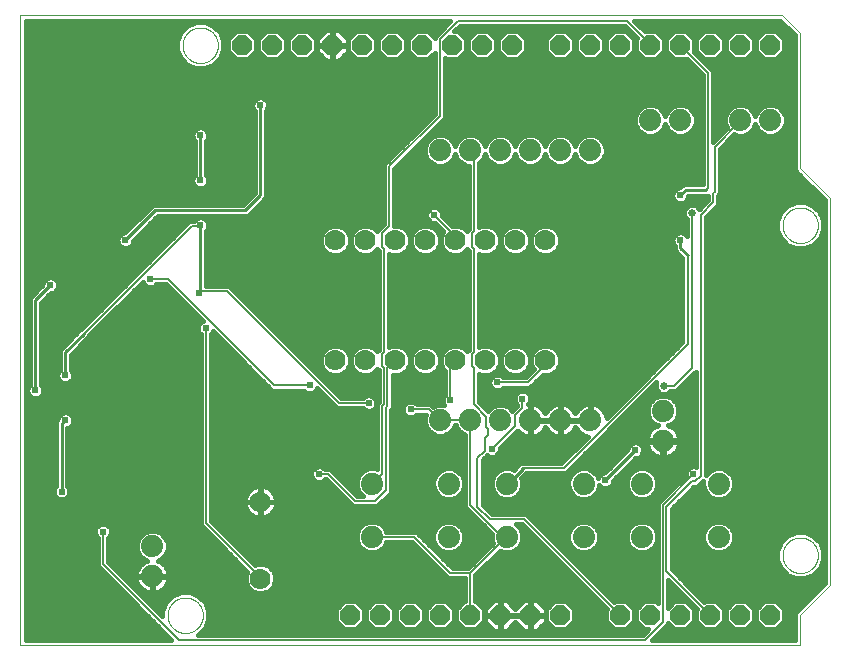
<source format=gtl>
G75*
%MOIN*%
%OFA0B0*%
%FSLAX25Y25*%
%IPPOS*%
%LPD*%
%AMOC8*
5,1,8,0,0,1.08239X$1,22.5*
%
%ADD10C,0.00000*%
%ADD11C,0.07000*%
%ADD12C,0.07400*%
%ADD13OC8,0.06600*%
%ADD14C,0.00600*%
%ADD15C,0.02400*%
%ADD16C,0.01600*%
%ADD17C,0.03562*%
%ADD18C,0.01000*%
%ADD19C,0.02578*%
%ADD20C,0.00800*%
D10*
X0005000Y0005000D02*
X0005000Y0215000D01*
X0259000Y0215000D01*
X0265000Y0209000D01*
X0265000Y0164000D01*
X0275000Y0154000D01*
X0275000Y0025000D01*
X0265000Y0015000D01*
X0265000Y0005000D01*
X0005000Y0005000D01*
X0054094Y0015000D02*
X0054096Y0015153D01*
X0054102Y0015307D01*
X0054112Y0015460D01*
X0054126Y0015612D01*
X0054144Y0015765D01*
X0054166Y0015916D01*
X0054191Y0016067D01*
X0054221Y0016218D01*
X0054255Y0016368D01*
X0054292Y0016516D01*
X0054333Y0016664D01*
X0054378Y0016810D01*
X0054427Y0016956D01*
X0054480Y0017100D01*
X0054536Y0017242D01*
X0054596Y0017383D01*
X0054660Y0017523D01*
X0054727Y0017661D01*
X0054798Y0017797D01*
X0054873Y0017931D01*
X0054950Y0018063D01*
X0055032Y0018193D01*
X0055116Y0018321D01*
X0055204Y0018447D01*
X0055295Y0018570D01*
X0055389Y0018691D01*
X0055487Y0018809D01*
X0055587Y0018925D01*
X0055691Y0019038D01*
X0055797Y0019149D01*
X0055906Y0019257D01*
X0056018Y0019362D01*
X0056132Y0019463D01*
X0056250Y0019562D01*
X0056369Y0019658D01*
X0056491Y0019751D01*
X0056616Y0019840D01*
X0056743Y0019927D01*
X0056872Y0020009D01*
X0057003Y0020089D01*
X0057136Y0020165D01*
X0057271Y0020238D01*
X0057408Y0020307D01*
X0057547Y0020372D01*
X0057687Y0020434D01*
X0057829Y0020492D01*
X0057972Y0020547D01*
X0058117Y0020598D01*
X0058263Y0020645D01*
X0058410Y0020688D01*
X0058558Y0020727D01*
X0058707Y0020763D01*
X0058857Y0020794D01*
X0059008Y0020822D01*
X0059159Y0020846D01*
X0059312Y0020866D01*
X0059464Y0020882D01*
X0059617Y0020894D01*
X0059770Y0020902D01*
X0059923Y0020906D01*
X0060077Y0020906D01*
X0060230Y0020902D01*
X0060383Y0020894D01*
X0060536Y0020882D01*
X0060688Y0020866D01*
X0060841Y0020846D01*
X0060992Y0020822D01*
X0061143Y0020794D01*
X0061293Y0020763D01*
X0061442Y0020727D01*
X0061590Y0020688D01*
X0061737Y0020645D01*
X0061883Y0020598D01*
X0062028Y0020547D01*
X0062171Y0020492D01*
X0062313Y0020434D01*
X0062453Y0020372D01*
X0062592Y0020307D01*
X0062729Y0020238D01*
X0062864Y0020165D01*
X0062997Y0020089D01*
X0063128Y0020009D01*
X0063257Y0019927D01*
X0063384Y0019840D01*
X0063509Y0019751D01*
X0063631Y0019658D01*
X0063750Y0019562D01*
X0063868Y0019463D01*
X0063982Y0019362D01*
X0064094Y0019257D01*
X0064203Y0019149D01*
X0064309Y0019038D01*
X0064413Y0018925D01*
X0064513Y0018809D01*
X0064611Y0018691D01*
X0064705Y0018570D01*
X0064796Y0018447D01*
X0064884Y0018321D01*
X0064968Y0018193D01*
X0065050Y0018063D01*
X0065127Y0017931D01*
X0065202Y0017797D01*
X0065273Y0017661D01*
X0065340Y0017523D01*
X0065404Y0017383D01*
X0065464Y0017242D01*
X0065520Y0017100D01*
X0065573Y0016956D01*
X0065622Y0016810D01*
X0065667Y0016664D01*
X0065708Y0016516D01*
X0065745Y0016368D01*
X0065779Y0016218D01*
X0065809Y0016067D01*
X0065834Y0015916D01*
X0065856Y0015765D01*
X0065874Y0015612D01*
X0065888Y0015460D01*
X0065898Y0015307D01*
X0065904Y0015153D01*
X0065906Y0015000D01*
X0065904Y0014847D01*
X0065898Y0014693D01*
X0065888Y0014540D01*
X0065874Y0014388D01*
X0065856Y0014235D01*
X0065834Y0014084D01*
X0065809Y0013933D01*
X0065779Y0013782D01*
X0065745Y0013632D01*
X0065708Y0013484D01*
X0065667Y0013336D01*
X0065622Y0013190D01*
X0065573Y0013044D01*
X0065520Y0012900D01*
X0065464Y0012758D01*
X0065404Y0012617D01*
X0065340Y0012477D01*
X0065273Y0012339D01*
X0065202Y0012203D01*
X0065127Y0012069D01*
X0065050Y0011937D01*
X0064968Y0011807D01*
X0064884Y0011679D01*
X0064796Y0011553D01*
X0064705Y0011430D01*
X0064611Y0011309D01*
X0064513Y0011191D01*
X0064413Y0011075D01*
X0064309Y0010962D01*
X0064203Y0010851D01*
X0064094Y0010743D01*
X0063982Y0010638D01*
X0063868Y0010537D01*
X0063750Y0010438D01*
X0063631Y0010342D01*
X0063509Y0010249D01*
X0063384Y0010160D01*
X0063257Y0010073D01*
X0063128Y0009991D01*
X0062997Y0009911D01*
X0062864Y0009835D01*
X0062729Y0009762D01*
X0062592Y0009693D01*
X0062453Y0009628D01*
X0062313Y0009566D01*
X0062171Y0009508D01*
X0062028Y0009453D01*
X0061883Y0009402D01*
X0061737Y0009355D01*
X0061590Y0009312D01*
X0061442Y0009273D01*
X0061293Y0009237D01*
X0061143Y0009206D01*
X0060992Y0009178D01*
X0060841Y0009154D01*
X0060688Y0009134D01*
X0060536Y0009118D01*
X0060383Y0009106D01*
X0060230Y0009098D01*
X0060077Y0009094D01*
X0059923Y0009094D01*
X0059770Y0009098D01*
X0059617Y0009106D01*
X0059464Y0009118D01*
X0059312Y0009134D01*
X0059159Y0009154D01*
X0059008Y0009178D01*
X0058857Y0009206D01*
X0058707Y0009237D01*
X0058558Y0009273D01*
X0058410Y0009312D01*
X0058263Y0009355D01*
X0058117Y0009402D01*
X0057972Y0009453D01*
X0057829Y0009508D01*
X0057687Y0009566D01*
X0057547Y0009628D01*
X0057408Y0009693D01*
X0057271Y0009762D01*
X0057136Y0009835D01*
X0057003Y0009911D01*
X0056872Y0009991D01*
X0056743Y0010073D01*
X0056616Y0010160D01*
X0056491Y0010249D01*
X0056369Y0010342D01*
X0056250Y0010438D01*
X0056132Y0010537D01*
X0056018Y0010638D01*
X0055906Y0010743D01*
X0055797Y0010851D01*
X0055691Y0010962D01*
X0055587Y0011075D01*
X0055487Y0011191D01*
X0055389Y0011309D01*
X0055295Y0011430D01*
X0055204Y0011553D01*
X0055116Y0011679D01*
X0055032Y0011807D01*
X0054950Y0011937D01*
X0054873Y0012069D01*
X0054798Y0012203D01*
X0054727Y0012339D01*
X0054660Y0012477D01*
X0054596Y0012617D01*
X0054536Y0012758D01*
X0054480Y0012900D01*
X0054427Y0013044D01*
X0054378Y0013190D01*
X0054333Y0013336D01*
X0054292Y0013484D01*
X0054255Y0013632D01*
X0054221Y0013782D01*
X0054191Y0013933D01*
X0054166Y0014084D01*
X0054144Y0014235D01*
X0054126Y0014388D01*
X0054112Y0014540D01*
X0054102Y0014693D01*
X0054096Y0014847D01*
X0054094Y0015000D01*
X0259094Y0035000D02*
X0259096Y0035153D01*
X0259102Y0035307D01*
X0259112Y0035460D01*
X0259126Y0035612D01*
X0259144Y0035765D01*
X0259166Y0035916D01*
X0259191Y0036067D01*
X0259221Y0036218D01*
X0259255Y0036368D01*
X0259292Y0036516D01*
X0259333Y0036664D01*
X0259378Y0036810D01*
X0259427Y0036956D01*
X0259480Y0037100D01*
X0259536Y0037242D01*
X0259596Y0037383D01*
X0259660Y0037523D01*
X0259727Y0037661D01*
X0259798Y0037797D01*
X0259873Y0037931D01*
X0259950Y0038063D01*
X0260032Y0038193D01*
X0260116Y0038321D01*
X0260204Y0038447D01*
X0260295Y0038570D01*
X0260389Y0038691D01*
X0260487Y0038809D01*
X0260587Y0038925D01*
X0260691Y0039038D01*
X0260797Y0039149D01*
X0260906Y0039257D01*
X0261018Y0039362D01*
X0261132Y0039463D01*
X0261250Y0039562D01*
X0261369Y0039658D01*
X0261491Y0039751D01*
X0261616Y0039840D01*
X0261743Y0039927D01*
X0261872Y0040009D01*
X0262003Y0040089D01*
X0262136Y0040165D01*
X0262271Y0040238D01*
X0262408Y0040307D01*
X0262547Y0040372D01*
X0262687Y0040434D01*
X0262829Y0040492D01*
X0262972Y0040547D01*
X0263117Y0040598D01*
X0263263Y0040645D01*
X0263410Y0040688D01*
X0263558Y0040727D01*
X0263707Y0040763D01*
X0263857Y0040794D01*
X0264008Y0040822D01*
X0264159Y0040846D01*
X0264312Y0040866D01*
X0264464Y0040882D01*
X0264617Y0040894D01*
X0264770Y0040902D01*
X0264923Y0040906D01*
X0265077Y0040906D01*
X0265230Y0040902D01*
X0265383Y0040894D01*
X0265536Y0040882D01*
X0265688Y0040866D01*
X0265841Y0040846D01*
X0265992Y0040822D01*
X0266143Y0040794D01*
X0266293Y0040763D01*
X0266442Y0040727D01*
X0266590Y0040688D01*
X0266737Y0040645D01*
X0266883Y0040598D01*
X0267028Y0040547D01*
X0267171Y0040492D01*
X0267313Y0040434D01*
X0267453Y0040372D01*
X0267592Y0040307D01*
X0267729Y0040238D01*
X0267864Y0040165D01*
X0267997Y0040089D01*
X0268128Y0040009D01*
X0268257Y0039927D01*
X0268384Y0039840D01*
X0268509Y0039751D01*
X0268631Y0039658D01*
X0268750Y0039562D01*
X0268868Y0039463D01*
X0268982Y0039362D01*
X0269094Y0039257D01*
X0269203Y0039149D01*
X0269309Y0039038D01*
X0269413Y0038925D01*
X0269513Y0038809D01*
X0269611Y0038691D01*
X0269705Y0038570D01*
X0269796Y0038447D01*
X0269884Y0038321D01*
X0269968Y0038193D01*
X0270050Y0038063D01*
X0270127Y0037931D01*
X0270202Y0037797D01*
X0270273Y0037661D01*
X0270340Y0037523D01*
X0270404Y0037383D01*
X0270464Y0037242D01*
X0270520Y0037100D01*
X0270573Y0036956D01*
X0270622Y0036810D01*
X0270667Y0036664D01*
X0270708Y0036516D01*
X0270745Y0036368D01*
X0270779Y0036218D01*
X0270809Y0036067D01*
X0270834Y0035916D01*
X0270856Y0035765D01*
X0270874Y0035612D01*
X0270888Y0035460D01*
X0270898Y0035307D01*
X0270904Y0035153D01*
X0270906Y0035000D01*
X0270904Y0034847D01*
X0270898Y0034693D01*
X0270888Y0034540D01*
X0270874Y0034388D01*
X0270856Y0034235D01*
X0270834Y0034084D01*
X0270809Y0033933D01*
X0270779Y0033782D01*
X0270745Y0033632D01*
X0270708Y0033484D01*
X0270667Y0033336D01*
X0270622Y0033190D01*
X0270573Y0033044D01*
X0270520Y0032900D01*
X0270464Y0032758D01*
X0270404Y0032617D01*
X0270340Y0032477D01*
X0270273Y0032339D01*
X0270202Y0032203D01*
X0270127Y0032069D01*
X0270050Y0031937D01*
X0269968Y0031807D01*
X0269884Y0031679D01*
X0269796Y0031553D01*
X0269705Y0031430D01*
X0269611Y0031309D01*
X0269513Y0031191D01*
X0269413Y0031075D01*
X0269309Y0030962D01*
X0269203Y0030851D01*
X0269094Y0030743D01*
X0268982Y0030638D01*
X0268868Y0030537D01*
X0268750Y0030438D01*
X0268631Y0030342D01*
X0268509Y0030249D01*
X0268384Y0030160D01*
X0268257Y0030073D01*
X0268128Y0029991D01*
X0267997Y0029911D01*
X0267864Y0029835D01*
X0267729Y0029762D01*
X0267592Y0029693D01*
X0267453Y0029628D01*
X0267313Y0029566D01*
X0267171Y0029508D01*
X0267028Y0029453D01*
X0266883Y0029402D01*
X0266737Y0029355D01*
X0266590Y0029312D01*
X0266442Y0029273D01*
X0266293Y0029237D01*
X0266143Y0029206D01*
X0265992Y0029178D01*
X0265841Y0029154D01*
X0265688Y0029134D01*
X0265536Y0029118D01*
X0265383Y0029106D01*
X0265230Y0029098D01*
X0265077Y0029094D01*
X0264923Y0029094D01*
X0264770Y0029098D01*
X0264617Y0029106D01*
X0264464Y0029118D01*
X0264312Y0029134D01*
X0264159Y0029154D01*
X0264008Y0029178D01*
X0263857Y0029206D01*
X0263707Y0029237D01*
X0263558Y0029273D01*
X0263410Y0029312D01*
X0263263Y0029355D01*
X0263117Y0029402D01*
X0262972Y0029453D01*
X0262829Y0029508D01*
X0262687Y0029566D01*
X0262547Y0029628D01*
X0262408Y0029693D01*
X0262271Y0029762D01*
X0262136Y0029835D01*
X0262003Y0029911D01*
X0261872Y0029991D01*
X0261743Y0030073D01*
X0261616Y0030160D01*
X0261491Y0030249D01*
X0261369Y0030342D01*
X0261250Y0030438D01*
X0261132Y0030537D01*
X0261018Y0030638D01*
X0260906Y0030743D01*
X0260797Y0030851D01*
X0260691Y0030962D01*
X0260587Y0031075D01*
X0260487Y0031191D01*
X0260389Y0031309D01*
X0260295Y0031430D01*
X0260204Y0031553D01*
X0260116Y0031679D01*
X0260032Y0031807D01*
X0259950Y0031937D01*
X0259873Y0032069D01*
X0259798Y0032203D01*
X0259727Y0032339D01*
X0259660Y0032477D01*
X0259596Y0032617D01*
X0259536Y0032758D01*
X0259480Y0032900D01*
X0259427Y0033044D01*
X0259378Y0033190D01*
X0259333Y0033336D01*
X0259292Y0033484D01*
X0259255Y0033632D01*
X0259221Y0033782D01*
X0259191Y0033933D01*
X0259166Y0034084D01*
X0259144Y0034235D01*
X0259126Y0034388D01*
X0259112Y0034540D01*
X0259102Y0034693D01*
X0259096Y0034847D01*
X0259094Y0035000D01*
X0259094Y0145000D02*
X0259096Y0145153D01*
X0259102Y0145307D01*
X0259112Y0145460D01*
X0259126Y0145612D01*
X0259144Y0145765D01*
X0259166Y0145916D01*
X0259191Y0146067D01*
X0259221Y0146218D01*
X0259255Y0146368D01*
X0259292Y0146516D01*
X0259333Y0146664D01*
X0259378Y0146810D01*
X0259427Y0146956D01*
X0259480Y0147100D01*
X0259536Y0147242D01*
X0259596Y0147383D01*
X0259660Y0147523D01*
X0259727Y0147661D01*
X0259798Y0147797D01*
X0259873Y0147931D01*
X0259950Y0148063D01*
X0260032Y0148193D01*
X0260116Y0148321D01*
X0260204Y0148447D01*
X0260295Y0148570D01*
X0260389Y0148691D01*
X0260487Y0148809D01*
X0260587Y0148925D01*
X0260691Y0149038D01*
X0260797Y0149149D01*
X0260906Y0149257D01*
X0261018Y0149362D01*
X0261132Y0149463D01*
X0261250Y0149562D01*
X0261369Y0149658D01*
X0261491Y0149751D01*
X0261616Y0149840D01*
X0261743Y0149927D01*
X0261872Y0150009D01*
X0262003Y0150089D01*
X0262136Y0150165D01*
X0262271Y0150238D01*
X0262408Y0150307D01*
X0262547Y0150372D01*
X0262687Y0150434D01*
X0262829Y0150492D01*
X0262972Y0150547D01*
X0263117Y0150598D01*
X0263263Y0150645D01*
X0263410Y0150688D01*
X0263558Y0150727D01*
X0263707Y0150763D01*
X0263857Y0150794D01*
X0264008Y0150822D01*
X0264159Y0150846D01*
X0264312Y0150866D01*
X0264464Y0150882D01*
X0264617Y0150894D01*
X0264770Y0150902D01*
X0264923Y0150906D01*
X0265077Y0150906D01*
X0265230Y0150902D01*
X0265383Y0150894D01*
X0265536Y0150882D01*
X0265688Y0150866D01*
X0265841Y0150846D01*
X0265992Y0150822D01*
X0266143Y0150794D01*
X0266293Y0150763D01*
X0266442Y0150727D01*
X0266590Y0150688D01*
X0266737Y0150645D01*
X0266883Y0150598D01*
X0267028Y0150547D01*
X0267171Y0150492D01*
X0267313Y0150434D01*
X0267453Y0150372D01*
X0267592Y0150307D01*
X0267729Y0150238D01*
X0267864Y0150165D01*
X0267997Y0150089D01*
X0268128Y0150009D01*
X0268257Y0149927D01*
X0268384Y0149840D01*
X0268509Y0149751D01*
X0268631Y0149658D01*
X0268750Y0149562D01*
X0268868Y0149463D01*
X0268982Y0149362D01*
X0269094Y0149257D01*
X0269203Y0149149D01*
X0269309Y0149038D01*
X0269413Y0148925D01*
X0269513Y0148809D01*
X0269611Y0148691D01*
X0269705Y0148570D01*
X0269796Y0148447D01*
X0269884Y0148321D01*
X0269968Y0148193D01*
X0270050Y0148063D01*
X0270127Y0147931D01*
X0270202Y0147797D01*
X0270273Y0147661D01*
X0270340Y0147523D01*
X0270404Y0147383D01*
X0270464Y0147242D01*
X0270520Y0147100D01*
X0270573Y0146956D01*
X0270622Y0146810D01*
X0270667Y0146664D01*
X0270708Y0146516D01*
X0270745Y0146368D01*
X0270779Y0146218D01*
X0270809Y0146067D01*
X0270834Y0145916D01*
X0270856Y0145765D01*
X0270874Y0145612D01*
X0270888Y0145460D01*
X0270898Y0145307D01*
X0270904Y0145153D01*
X0270906Y0145000D01*
X0270904Y0144847D01*
X0270898Y0144693D01*
X0270888Y0144540D01*
X0270874Y0144388D01*
X0270856Y0144235D01*
X0270834Y0144084D01*
X0270809Y0143933D01*
X0270779Y0143782D01*
X0270745Y0143632D01*
X0270708Y0143484D01*
X0270667Y0143336D01*
X0270622Y0143190D01*
X0270573Y0143044D01*
X0270520Y0142900D01*
X0270464Y0142758D01*
X0270404Y0142617D01*
X0270340Y0142477D01*
X0270273Y0142339D01*
X0270202Y0142203D01*
X0270127Y0142069D01*
X0270050Y0141937D01*
X0269968Y0141807D01*
X0269884Y0141679D01*
X0269796Y0141553D01*
X0269705Y0141430D01*
X0269611Y0141309D01*
X0269513Y0141191D01*
X0269413Y0141075D01*
X0269309Y0140962D01*
X0269203Y0140851D01*
X0269094Y0140743D01*
X0268982Y0140638D01*
X0268868Y0140537D01*
X0268750Y0140438D01*
X0268631Y0140342D01*
X0268509Y0140249D01*
X0268384Y0140160D01*
X0268257Y0140073D01*
X0268128Y0139991D01*
X0267997Y0139911D01*
X0267864Y0139835D01*
X0267729Y0139762D01*
X0267592Y0139693D01*
X0267453Y0139628D01*
X0267313Y0139566D01*
X0267171Y0139508D01*
X0267028Y0139453D01*
X0266883Y0139402D01*
X0266737Y0139355D01*
X0266590Y0139312D01*
X0266442Y0139273D01*
X0266293Y0139237D01*
X0266143Y0139206D01*
X0265992Y0139178D01*
X0265841Y0139154D01*
X0265688Y0139134D01*
X0265536Y0139118D01*
X0265383Y0139106D01*
X0265230Y0139098D01*
X0265077Y0139094D01*
X0264923Y0139094D01*
X0264770Y0139098D01*
X0264617Y0139106D01*
X0264464Y0139118D01*
X0264312Y0139134D01*
X0264159Y0139154D01*
X0264008Y0139178D01*
X0263857Y0139206D01*
X0263707Y0139237D01*
X0263558Y0139273D01*
X0263410Y0139312D01*
X0263263Y0139355D01*
X0263117Y0139402D01*
X0262972Y0139453D01*
X0262829Y0139508D01*
X0262687Y0139566D01*
X0262547Y0139628D01*
X0262408Y0139693D01*
X0262271Y0139762D01*
X0262136Y0139835D01*
X0262003Y0139911D01*
X0261872Y0139991D01*
X0261743Y0140073D01*
X0261616Y0140160D01*
X0261491Y0140249D01*
X0261369Y0140342D01*
X0261250Y0140438D01*
X0261132Y0140537D01*
X0261018Y0140638D01*
X0260906Y0140743D01*
X0260797Y0140851D01*
X0260691Y0140962D01*
X0260587Y0141075D01*
X0260487Y0141191D01*
X0260389Y0141309D01*
X0260295Y0141430D01*
X0260204Y0141553D01*
X0260116Y0141679D01*
X0260032Y0141807D01*
X0259950Y0141937D01*
X0259873Y0142069D01*
X0259798Y0142203D01*
X0259727Y0142339D01*
X0259660Y0142477D01*
X0259596Y0142617D01*
X0259536Y0142758D01*
X0259480Y0142900D01*
X0259427Y0143044D01*
X0259378Y0143190D01*
X0259333Y0143336D01*
X0259292Y0143484D01*
X0259255Y0143632D01*
X0259221Y0143782D01*
X0259191Y0143933D01*
X0259166Y0144084D01*
X0259144Y0144235D01*
X0259126Y0144388D01*
X0259112Y0144540D01*
X0259102Y0144693D01*
X0259096Y0144847D01*
X0259094Y0145000D01*
X0059094Y0205000D02*
X0059096Y0205153D01*
X0059102Y0205307D01*
X0059112Y0205460D01*
X0059126Y0205612D01*
X0059144Y0205765D01*
X0059166Y0205916D01*
X0059191Y0206067D01*
X0059221Y0206218D01*
X0059255Y0206368D01*
X0059292Y0206516D01*
X0059333Y0206664D01*
X0059378Y0206810D01*
X0059427Y0206956D01*
X0059480Y0207100D01*
X0059536Y0207242D01*
X0059596Y0207383D01*
X0059660Y0207523D01*
X0059727Y0207661D01*
X0059798Y0207797D01*
X0059873Y0207931D01*
X0059950Y0208063D01*
X0060032Y0208193D01*
X0060116Y0208321D01*
X0060204Y0208447D01*
X0060295Y0208570D01*
X0060389Y0208691D01*
X0060487Y0208809D01*
X0060587Y0208925D01*
X0060691Y0209038D01*
X0060797Y0209149D01*
X0060906Y0209257D01*
X0061018Y0209362D01*
X0061132Y0209463D01*
X0061250Y0209562D01*
X0061369Y0209658D01*
X0061491Y0209751D01*
X0061616Y0209840D01*
X0061743Y0209927D01*
X0061872Y0210009D01*
X0062003Y0210089D01*
X0062136Y0210165D01*
X0062271Y0210238D01*
X0062408Y0210307D01*
X0062547Y0210372D01*
X0062687Y0210434D01*
X0062829Y0210492D01*
X0062972Y0210547D01*
X0063117Y0210598D01*
X0063263Y0210645D01*
X0063410Y0210688D01*
X0063558Y0210727D01*
X0063707Y0210763D01*
X0063857Y0210794D01*
X0064008Y0210822D01*
X0064159Y0210846D01*
X0064312Y0210866D01*
X0064464Y0210882D01*
X0064617Y0210894D01*
X0064770Y0210902D01*
X0064923Y0210906D01*
X0065077Y0210906D01*
X0065230Y0210902D01*
X0065383Y0210894D01*
X0065536Y0210882D01*
X0065688Y0210866D01*
X0065841Y0210846D01*
X0065992Y0210822D01*
X0066143Y0210794D01*
X0066293Y0210763D01*
X0066442Y0210727D01*
X0066590Y0210688D01*
X0066737Y0210645D01*
X0066883Y0210598D01*
X0067028Y0210547D01*
X0067171Y0210492D01*
X0067313Y0210434D01*
X0067453Y0210372D01*
X0067592Y0210307D01*
X0067729Y0210238D01*
X0067864Y0210165D01*
X0067997Y0210089D01*
X0068128Y0210009D01*
X0068257Y0209927D01*
X0068384Y0209840D01*
X0068509Y0209751D01*
X0068631Y0209658D01*
X0068750Y0209562D01*
X0068868Y0209463D01*
X0068982Y0209362D01*
X0069094Y0209257D01*
X0069203Y0209149D01*
X0069309Y0209038D01*
X0069413Y0208925D01*
X0069513Y0208809D01*
X0069611Y0208691D01*
X0069705Y0208570D01*
X0069796Y0208447D01*
X0069884Y0208321D01*
X0069968Y0208193D01*
X0070050Y0208063D01*
X0070127Y0207931D01*
X0070202Y0207797D01*
X0070273Y0207661D01*
X0070340Y0207523D01*
X0070404Y0207383D01*
X0070464Y0207242D01*
X0070520Y0207100D01*
X0070573Y0206956D01*
X0070622Y0206810D01*
X0070667Y0206664D01*
X0070708Y0206516D01*
X0070745Y0206368D01*
X0070779Y0206218D01*
X0070809Y0206067D01*
X0070834Y0205916D01*
X0070856Y0205765D01*
X0070874Y0205612D01*
X0070888Y0205460D01*
X0070898Y0205307D01*
X0070904Y0205153D01*
X0070906Y0205000D01*
X0070904Y0204847D01*
X0070898Y0204693D01*
X0070888Y0204540D01*
X0070874Y0204388D01*
X0070856Y0204235D01*
X0070834Y0204084D01*
X0070809Y0203933D01*
X0070779Y0203782D01*
X0070745Y0203632D01*
X0070708Y0203484D01*
X0070667Y0203336D01*
X0070622Y0203190D01*
X0070573Y0203044D01*
X0070520Y0202900D01*
X0070464Y0202758D01*
X0070404Y0202617D01*
X0070340Y0202477D01*
X0070273Y0202339D01*
X0070202Y0202203D01*
X0070127Y0202069D01*
X0070050Y0201937D01*
X0069968Y0201807D01*
X0069884Y0201679D01*
X0069796Y0201553D01*
X0069705Y0201430D01*
X0069611Y0201309D01*
X0069513Y0201191D01*
X0069413Y0201075D01*
X0069309Y0200962D01*
X0069203Y0200851D01*
X0069094Y0200743D01*
X0068982Y0200638D01*
X0068868Y0200537D01*
X0068750Y0200438D01*
X0068631Y0200342D01*
X0068509Y0200249D01*
X0068384Y0200160D01*
X0068257Y0200073D01*
X0068128Y0199991D01*
X0067997Y0199911D01*
X0067864Y0199835D01*
X0067729Y0199762D01*
X0067592Y0199693D01*
X0067453Y0199628D01*
X0067313Y0199566D01*
X0067171Y0199508D01*
X0067028Y0199453D01*
X0066883Y0199402D01*
X0066737Y0199355D01*
X0066590Y0199312D01*
X0066442Y0199273D01*
X0066293Y0199237D01*
X0066143Y0199206D01*
X0065992Y0199178D01*
X0065841Y0199154D01*
X0065688Y0199134D01*
X0065536Y0199118D01*
X0065383Y0199106D01*
X0065230Y0199098D01*
X0065077Y0199094D01*
X0064923Y0199094D01*
X0064770Y0199098D01*
X0064617Y0199106D01*
X0064464Y0199118D01*
X0064312Y0199134D01*
X0064159Y0199154D01*
X0064008Y0199178D01*
X0063857Y0199206D01*
X0063707Y0199237D01*
X0063558Y0199273D01*
X0063410Y0199312D01*
X0063263Y0199355D01*
X0063117Y0199402D01*
X0062972Y0199453D01*
X0062829Y0199508D01*
X0062687Y0199566D01*
X0062547Y0199628D01*
X0062408Y0199693D01*
X0062271Y0199762D01*
X0062136Y0199835D01*
X0062003Y0199911D01*
X0061872Y0199991D01*
X0061743Y0200073D01*
X0061616Y0200160D01*
X0061491Y0200249D01*
X0061369Y0200342D01*
X0061250Y0200438D01*
X0061132Y0200537D01*
X0061018Y0200638D01*
X0060906Y0200743D01*
X0060797Y0200851D01*
X0060691Y0200962D01*
X0060587Y0201075D01*
X0060487Y0201191D01*
X0060389Y0201309D01*
X0060295Y0201430D01*
X0060204Y0201553D01*
X0060116Y0201679D01*
X0060032Y0201807D01*
X0059950Y0201937D01*
X0059873Y0202069D01*
X0059798Y0202203D01*
X0059727Y0202339D01*
X0059660Y0202477D01*
X0059596Y0202617D01*
X0059536Y0202758D01*
X0059480Y0202900D01*
X0059427Y0203044D01*
X0059378Y0203190D01*
X0059333Y0203336D01*
X0059292Y0203484D01*
X0059255Y0203632D01*
X0059221Y0203782D01*
X0059191Y0203933D01*
X0059166Y0204084D01*
X0059144Y0204235D01*
X0059126Y0204388D01*
X0059112Y0204540D01*
X0059102Y0204693D01*
X0059096Y0204847D01*
X0059094Y0205000D01*
D11*
X0110000Y0140000D03*
X0120000Y0140000D03*
X0130000Y0140000D03*
X0140000Y0140000D03*
X0150000Y0140000D03*
X0160000Y0140000D03*
X0170000Y0140000D03*
X0180000Y0140000D03*
X0180000Y0100000D03*
X0170000Y0100000D03*
X0160000Y0100000D03*
X0150000Y0100000D03*
X0140000Y0100000D03*
X0130000Y0100000D03*
X0120000Y0100000D03*
X0110000Y0100000D03*
X0085000Y0052795D03*
X0085000Y0027205D03*
D12*
X0049000Y0028000D03*
X0049000Y0038000D03*
X0122200Y0041100D03*
X0122200Y0058900D03*
X0147800Y0058900D03*
X0167200Y0058900D03*
X0167200Y0041100D03*
X0147800Y0041100D03*
X0192800Y0041100D03*
X0212200Y0041100D03*
X0212200Y0058900D03*
X0219232Y0073061D03*
X0219232Y0083061D03*
X0195000Y0080000D03*
X0185000Y0080000D03*
X0175000Y0080000D03*
X0165000Y0080000D03*
X0155000Y0080000D03*
X0145000Y0080000D03*
X0192800Y0058900D03*
X0237800Y0058900D03*
X0237800Y0041100D03*
X0195000Y0170000D03*
X0185000Y0170000D03*
X0175000Y0170000D03*
X0165000Y0170000D03*
X0155000Y0170000D03*
X0145000Y0170000D03*
X0215000Y0180000D03*
X0225000Y0180000D03*
X0245000Y0180000D03*
X0255000Y0180000D03*
D13*
X0255000Y0205000D03*
X0245000Y0205000D03*
X0235000Y0205000D03*
X0225000Y0205000D03*
X0215000Y0205000D03*
X0205000Y0205000D03*
X0195000Y0205000D03*
X0185000Y0205000D03*
X0169000Y0205000D03*
X0159000Y0205000D03*
X0149000Y0205000D03*
X0139000Y0205000D03*
X0129000Y0205000D03*
X0119000Y0205000D03*
X0109000Y0205000D03*
X0099000Y0205000D03*
X0089000Y0205000D03*
X0079000Y0205000D03*
X0115000Y0015000D03*
X0125000Y0015000D03*
X0135000Y0015000D03*
X0145000Y0015000D03*
X0155000Y0015000D03*
X0165000Y0015000D03*
X0175000Y0015000D03*
X0185000Y0015000D03*
X0205000Y0015000D03*
X0215000Y0015000D03*
X0225000Y0015000D03*
X0235000Y0015000D03*
X0245000Y0015000D03*
X0255000Y0015000D03*
D14*
X0235000Y0015000D02*
X0220400Y0029600D01*
X0220400Y0051200D01*
X0228800Y0059600D01*
X0230000Y0059600D01*
X0231800Y0061400D01*
X0231800Y0148400D01*
X0236000Y0152600D01*
X0236000Y0155600D01*
X0236600Y0156200D01*
X0236600Y0171200D01*
X0245000Y0179600D01*
X0245000Y0180000D01*
X0234200Y0195800D02*
X0234200Y0157400D01*
X0233600Y0156800D01*
X0227441Y0135000D02*
X0227441Y0105394D01*
X0186102Y0064055D01*
X0172323Y0064055D01*
X0172489Y0063889D01*
X0162200Y0070400D02*
X0170000Y0078200D01*
X0170000Y0081800D01*
X0172400Y0084200D01*
X0172400Y0087200D01*
X0174200Y0092600D02*
X0179600Y0098000D01*
X0179600Y0099800D01*
X0180000Y0100000D01*
X0174200Y0092600D02*
X0164000Y0092600D01*
X0156200Y0097400D02*
X0156200Y0085400D01*
X0160400Y0081200D01*
X0160400Y0077600D01*
X0161000Y0077000D01*
X0161000Y0075200D01*
X0159800Y0074000D01*
X0159800Y0069800D01*
X0157400Y0067400D01*
X0157400Y0051200D01*
X0161600Y0047000D01*
X0173000Y0047000D01*
X0205000Y0015000D01*
X0213200Y0006800D02*
X0219200Y0012800D01*
X0219200Y0051800D01*
X0229400Y0062000D01*
X0212600Y0059000D02*
X0212200Y0058900D01*
X0167200Y0041100D02*
X0166400Y0040400D01*
X0155000Y0051800D01*
X0155000Y0080000D01*
X0145000Y0080000D01*
X0144800Y0080000D01*
X0141200Y0083600D01*
X0135200Y0083600D01*
X0127400Y0084800D02*
X0126800Y0084200D01*
X0126800Y0056600D01*
X0123200Y0053000D01*
X0116600Y0053000D01*
X0107600Y0062000D01*
X0104600Y0062000D01*
X0122200Y0058900D02*
X0122600Y0059000D01*
X0125600Y0062000D01*
X0125600Y0084800D01*
X0126200Y0085400D01*
X0126200Y0097400D01*
X0125600Y0098000D01*
X0125600Y0102200D01*
X0126200Y0102800D01*
X0126200Y0137000D01*
X0125600Y0137600D01*
X0125600Y0142400D01*
X0128000Y0144800D01*
X0128000Y0164600D01*
X0144800Y0181400D01*
X0144800Y0207200D01*
X0150800Y0213200D01*
X0207200Y0213200D01*
X0215000Y0205400D01*
X0215000Y0205000D01*
X0225000Y0205000D02*
X0234200Y0195800D01*
X0156200Y0168800D02*
X0156200Y0143000D01*
X0155600Y0142400D01*
X0155600Y0137600D01*
X0156200Y0137000D01*
X0156200Y0102800D01*
X0155600Y0102200D01*
X0155600Y0098000D01*
X0156200Y0097400D01*
X0150000Y0100000D02*
X0149600Y0099800D01*
X0148400Y0098600D01*
X0148400Y0086600D01*
X0130000Y0100000D02*
X0127400Y0097400D01*
X0127400Y0084800D01*
X0121142Y0085709D02*
X0111299Y0085709D01*
X0073898Y0123110D01*
X0064055Y0123110D01*
X0064500Y0122500D01*
X0054213Y0127047D02*
X0048307Y0127047D01*
X0054213Y0127047D02*
X0089646Y0091614D01*
X0101457Y0091614D01*
X0066800Y0110600D02*
X0066800Y0045800D01*
X0084800Y0027800D01*
X0085000Y0027205D01*
X0057800Y0006800D02*
X0213200Y0006800D01*
X0167200Y0041100D02*
X0167000Y0041000D01*
X0166400Y0040400D01*
X0155000Y0029000D01*
X0148400Y0029000D01*
X0136400Y0041000D01*
X0122600Y0041000D01*
X0122200Y0041100D01*
X0155000Y0029000D02*
X0155000Y0015000D01*
X0057800Y0006800D02*
X0032600Y0032000D01*
X0032600Y0042800D01*
X0026161Y0108839D02*
X0062087Y0144764D01*
X0064055Y0144764D01*
X0065000Y0145000D01*
X0143000Y0148400D02*
X0149600Y0141800D01*
X0149600Y0140000D01*
X0150000Y0140000D01*
X0156200Y0168800D02*
X0155000Y0170000D01*
D15*
X0143000Y0148400D03*
X0106000Y0129000D03*
X0064500Y0122500D03*
X0066800Y0110600D03*
X0048307Y0127047D03*
X0040000Y0140000D03*
X0065000Y0145000D03*
X0065000Y0160000D03*
X0065000Y0175000D03*
X0085000Y0185000D03*
X0110000Y0185000D03*
X0015000Y0125000D03*
X0020000Y0095000D03*
X0010000Y0090000D03*
X0020000Y0080000D03*
X0018780Y0056181D03*
X0031500Y0055500D03*
X0032600Y0042800D03*
X0101457Y0091614D03*
X0121142Y0085709D03*
X0135200Y0083600D03*
X0138000Y0075000D03*
X0148400Y0086600D03*
X0164000Y0092600D03*
X0172400Y0087200D03*
X0162200Y0070400D03*
X0200000Y0060000D03*
X0210000Y0070000D03*
X0229400Y0062000D03*
X0225000Y0140000D03*
X0225000Y0155000D03*
X0104600Y0062000D03*
D16*
X0102222Y0060948D02*
X0068500Y0060948D01*
X0068500Y0062546D02*
X0102012Y0062546D01*
X0102000Y0062517D02*
X0102000Y0061483D01*
X0102396Y0060527D01*
X0103127Y0059796D01*
X0104083Y0059400D01*
X0105117Y0059400D01*
X0106073Y0059796D01*
X0106577Y0060300D01*
X0106896Y0060300D01*
X0114900Y0052296D01*
X0115896Y0051300D01*
X0123904Y0051300D01*
X0127504Y0054900D01*
X0128500Y0055896D01*
X0128500Y0083496D01*
X0129100Y0084096D01*
X0129100Y0095100D01*
X0130975Y0095100D01*
X0132776Y0095846D01*
X0134154Y0097224D01*
X0134900Y0099025D01*
X0134900Y0100975D01*
X0134154Y0102776D01*
X0132776Y0104154D01*
X0130975Y0104900D01*
X0129025Y0104900D01*
X0127900Y0104434D01*
X0127900Y0135566D01*
X0129025Y0135100D01*
X0130975Y0135100D01*
X0132776Y0135846D01*
X0134154Y0137224D01*
X0134900Y0139025D01*
X0134900Y0140975D01*
X0134154Y0142776D01*
X0132776Y0144154D01*
X0130975Y0144900D01*
X0129700Y0144900D01*
X0129700Y0163896D01*
X0146500Y0180696D01*
X0146500Y0200853D01*
X0147053Y0200300D01*
X0150947Y0200300D01*
X0153700Y0203053D01*
X0153700Y0206947D01*
X0150947Y0209700D01*
X0149704Y0209700D01*
X0151504Y0211500D01*
X0206496Y0211500D01*
X0210675Y0207321D01*
X0210300Y0206947D01*
X0210300Y0203053D01*
X0213053Y0200300D01*
X0216947Y0200300D01*
X0219700Y0203053D01*
X0219700Y0206947D01*
X0216947Y0209700D01*
X0213104Y0209700D01*
X0209604Y0213200D01*
X0258254Y0213200D01*
X0263200Y0208254D01*
X0263200Y0163254D01*
X0264254Y0162200D01*
X0273200Y0153254D01*
X0273200Y0025746D01*
X0263200Y0015746D01*
X0263200Y0006800D01*
X0215604Y0006800D01*
X0219904Y0011100D01*
X0220900Y0012096D01*
X0220900Y0012453D01*
X0223053Y0010300D01*
X0226947Y0010300D01*
X0229700Y0013053D01*
X0229700Y0016947D01*
X0226947Y0019700D01*
X0223053Y0019700D01*
X0220900Y0017547D01*
X0220900Y0026696D01*
X0230475Y0017121D01*
X0230300Y0016947D01*
X0230300Y0013053D01*
X0233053Y0010300D01*
X0236947Y0010300D01*
X0239700Y0013053D01*
X0239700Y0016947D01*
X0236947Y0019700D01*
X0233053Y0019700D01*
X0232879Y0019525D01*
X0222100Y0030304D01*
X0222100Y0050496D01*
X0229504Y0057900D01*
X0230704Y0057900D01*
X0232504Y0059700D01*
X0232700Y0059896D01*
X0232700Y0057886D01*
X0233476Y0056011D01*
X0234911Y0054576D01*
X0236786Y0053800D01*
X0238814Y0053800D01*
X0240689Y0054576D01*
X0242124Y0056011D01*
X0242900Y0057886D01*
X0242900Y0059914D01*
X0242124Y0061789D01*
X0240689Y0063224D01*
X0238814Y0064000D01*
X0236786Y0064000D01*
X0234911Y0063224D01*
X0233500Y0061812D01*
X0233500Y0147696D01*
X0236704Y0150900D01*
X0237700Y0151896D01*
X0237700Y0154896D01*
X0238300Y0155496D01*
X0238300Y0170496D01*
X0243079Y0175275D01*
X0243986Y0174900D01*
X0246014Y0174900D01*
X0247889Y0175676D01*
X0249324Y0177111D01*
X0250000Y0178744D01*
X0250676Y0177111D01*
X0252111Y0175676D01*
X0253986Y0174900D01*
X0256014Y0174900D01*
X0257889Y0175676D01*
X0259324Y0177111D01*
X0260100Y0178986D01*
X0260100Y0181014D01*
X0259324Y0182889D01*
X0257889Y0184324D01*
X0256014Y0185100D01*
X0253986Y0185100D01*
X0252111Y0184324D01*
X0250676Y0182889D01*
X0250000Y0181256D01*
X0249324Y0182889D01*
X0247889Y0184324D01*
X0246014Y0185100D01*
X0243986Y0185100D01*
X0242111Y0184324D01*
X0240676Y0182889D01*
X0239900Y0181014D01*
X0239900Y0178986D01*
X0240510Y0177514D01*
X0235900Y0172904D01*
X0235900Y0196504D01*
X0234904Y0197500D01*
X0229525Y0202879D01*
X0229700Y0203053D01*
X0229700Y0206947D01*
X0226947Y0209700D01*
X0223053Y0209700D01*
X0220300Y0206947D01*
X0220300Y0203053D01*
X0223053Y0200300D01*
X0226947Y0200300D01*
X0227121Y0200475D01*
X0232500Y0195096D01*
X0232500Y0158700D01*
X0226013Y0158700D01*
X0224913Y0157600D01*
X0224483Y0157600D01*
X0223527Y0157204D01*
X0222796Y0156473D01*
X0222400Y0155517D01*
X0222400Y0154483D01*
X0222796Y0153527D01*
X0223527Y0152796D01*
X0224483Y0152400D01*
X0225517Y0152400D01*
X0226473Y0152796D01*
X0227204Y0153527D01*
X0227600Y0154483D01*
X0227600Y0154900D01*
X0234300Y0154900D01*
X0234300Y0153304D01*
X0231350Y0150354D01*
X0231280Y0150523D01*
X0230523Y0151280D01*
X0229535Y0151689D01*
X0228465Y0151689D01*
X0227477Y0151280D01*
X0226720Y0150523D01*
X0226311Y0149535D01*
X0226311Y0148465D01*
X0226720Y0147477D01*
X0227200Y0146997D01*
X0227200Y0141477D01*
X0226473Y0142204D01*
X0225517Y0142600D01*
X0224483Y0142600D01*
X0223527Y0142204D01*
X0222796Y0141473D01*
X0222400Y0140517D01*
X0222400Y0139483D01*
X0222796Y0138527D01*
X0223100Y0138223D01*
X0223100Y0136654D01*
X0224213Y0135541D01*
X0225741Y0134013D01*
X0225741Y0106098D01*
X0200442Y0080799D01*
X0200365Y0081288D01*
X0200097Y0082111D01*
X0199704Y0082883D01*
X0199195Y0083583D01*
X0198583Y0084195D01*
X0197883Y0084704D01*
X0197111Y0085097D01*
X0196288Y0085365D01*
X0195433Y0085500D01*
X0195200Y0085500D01*
X0195200Y0080200D01*
X0194800Y0080200D01*
X0194800Y0085500D01*
X0194567Y0085500D01*
X0193712Y0085365D01*
X0192889Y0085097D01*
X0192117Y0084704D01*
X0191417Y0084195D01*
X0190805Y0083583D01*
X0190296Y0082883D01*
X0190000Y0082302D01*
X0189704Y0082883D01*
X0189195Y0083583D01*
X0188583Y0084195D01*
X0187883Y0084704D01*
X0187111Y0085097D01*
X0186288Y0085365D01*
X0185433Y0085500D01*
X0185200Y0085500D01*
X0185200Y0080200D01*
X0184800Y0080200D01*
X0184800Y0085500D01*
X0184567Y0085500D01*
X0183712Y0085365D01*
X0182889Y0085097D01*
X0182117Y0084704D01*
X0181417Y0084195D01*
X0180805Y0083583D01*
X0180296Y0082883D01*
X0180000Y0082302D01*
X0179704Y0082883D01*
X0179195Y0083583D01*
X0178583Y0084195D01*
X0177883Y0084704D01*
X0177111Y0085097D01*
X0176288Y0085365D01*
X0175433Y0085500D01*
X0175200Y0085500D01*
X0175200Y0080200D01*
X0174800Y0080200D01*
X0174800Y0085500D01*
X0174567Y0085500D01*
X0174341Y0085464D01*
X0174604Y0085727D01*
X0175000Y0086683D01*
X0175000Y0087717D01*
X0174604Y0088673D01*
X0173873Y0089404D01*
X0172917Y0089800D01*
X0171883Y0089800D01*
X0170927Y0089404D01*
X0170196Y0088673D01*
X0169800Y0087717D01*
X0169800Y0086683D01*
X0170196Y0085727D01*
X0170700Y0085223D01*
X0170700Y0084904D01*
X0169296Y0083500D01*
X0169004Y0083208D01*
X0167889Y0084324D01*
X0166014Y0085100D01*
X0163986Y0085100D01*
X0162111Y0084324D01*
X0160896Y0083108D01*
X0157900Y0086104D01*
X0157900Y0095566D01*
X0159025Y0095100D01*
X0160975Y0095100D01*
X0162776Y0095846D01*
X0164154Y0097224D01*
X0164900Y0099025D01*
X0164900Y0100975D01*
X0164154Y0102776D01*
X0162776Y0104154D01*
X0160975Y0104900D01*
X0159025Y0104900D01*
X0157900Y0104434D01*
X0157900Y0135566D01*
X0159025Y0135100D01*
X0160975Y0135100D01*
X0162776Y0135846D01*
X0164154Y0137224D01*
X0164900Y0139025D01*
X0164900Y0140975D01*
X0164154Y0142776D01*
X0162776Y0144154D01*
X0160975Y0144900D01*
X0159025Y0144900D01*
X0157900Y0144434D01*
X0157900Y0165688D01*
X0159324Y0167111D01*
X0160000Y0168744D01*
X0160676Y0167111D01*
X0162111Y0165676D01*
X0163986Y0164900D01*
X0166014Y0164900D01*
X0167889Y0165676D01*
X0169324Y0167111D01*
X0170000Y0168744D01*
X0170676Y0167111D01*
X0172111Y0165676D01*
X0173986Y0164900D01*
X0176014Y0164900D01*
X0177889Y0165676D01*
X0179324Y0167111D01*
X0180000Y0168744D01*
X0180676Y0167111D01*
X0182111Y0165676D01*
X0183986Y0164900D01*
X0186014Y0164900D01*
X0187889Y0165676D01*
X0189324Y0167111D01*
X0190000Y0168744D01*
X0190676Y0167111D01*
X0192111Y0165676D01*
X0193986Y0164900D01*
X0196014Y0164900D01*
X0197889Y0165676D01*
X0199324Y0167111D01*
X0200100Y0168986D01*
X0200100Y0171014D01*
X0199324Y0172889D01*
X0197889Y0174324D01*
X0196014Y0175100D01*
X0193986Y0175100D01*
X0192111Y0174324D01*
X0190676Y0172889D01*
X0190000Y0171256D01*
X0189324Y0172889D01*
X0187889Y0174324D01*
X0186014Y0175100D01*
X0183986Y0175100D01*
X0182111Y0174324D01*
X0180676Y0172889D01*
X0180000Y0171256D01*
X0179324Y0172889D01*
X0177889Y0174324D01*
X0176014Y0175100D01*
X0173986Y0175100D01*
X0172111Y0174324D01*
X0170676Y0172889D01*
X0170000Y0171256D01*
X0169324Y0172889D01*
X0167889Y0174324D01*
X0166014Y0175100D01*
X0163986Y0175100D01*
X0162111Y0174324D01*
X0160676Y0172889D01*
X0160000Y0171256D01*
X0159324Y0172889D01*
X0157889Y0174324D01*
X0156014Y0175100D01*
X0153986Y0175100D01*
X0152111Y0174324D01*
X0150676Y0172889D01*
X0150000Y0171256D01*
X0149324Y0172889D01*
X0147889Y0174324D01*
X0146014Y0175100D01*
X0143986Y0175100D01*
X0142111Y0174324D01*
X0140676Y0172889D01*
X0139900Y0171014D01*
X0139900Y0168986D01*
X0140676Y0167111D01*
X0142111Y0165676D01*
X0143986Y0164900D01*
X0146014Y0164900D01*
X0147889Y0165676D01*
X0149324Y0167111D01*
X0150000Y0168744D01*
X0150676Y0167111D01*
X0152111Y0165676D01*
X0153986Y0164900D01*
X0154500Y0164900D01*
X0154500Y0143704D01*
X0153900Y0143104D01*
X0153900Y0143030D01*
X0152776Y0144154D01*
X0150975Y0144900D01*
X0149025Y0144900D01*
X0148940Y0144864D01*
X0145600Y0148204D01*
X0145600Y0148917D01*
X0145204Y0149873D01*
X0144473Y0150604D01*
X0143517Y0151000D01*
X0142483Y0151000D01*
X0141527Y0150604D01*
X0140796Y0149873D01*
X0140400Y0148917D01*
X0140400Y0147883D01*
X0140796Y0146927D01*
X0141527Y0146196D01*
X0142483Y0145800D01*
X0143196Y0145800D01*
X0146033Y0142963D01*
X0145846Y0142776D01*
X0145100Y0140975D01*
X0145100Y0139025D01*
X0145846Y0137224D01*
X0147224Y0135846D01*
X0149025Y0135100D01*
X0150975Y0135100D01*
X0152776Y0135846D01*
X0153900Y0136970D01*
X0153900Y0136896D01*
X0154500Y0136296D01*
X0154500Y0103504D01*
X0153963Y0102967D01*
X0152776Y0104154D01*
X0150975Y0104900D01*
X0149025Y0104900D01*
X0147224Y0104154D01*
X0145846Y0102776D01*
X0145100Y0100975D01*
X0145100Y0099025D01*
X0145846Y0097224D01*
X0146700Y0096370D01*
X0146700Y0088577D01*
X0146196Y0088073D01*
X0145800Y0087117D01*
X0145800Y0086083D01*
X0146196Y0085127D01*
X0146371Y0084952D01*
X0146014Y0085100D01*
X0143986Y0085100D01*
X0142655Y0084549D01*
X0141904Y0085300D01*
X0137177Y0085300D01*
X0136673Y0085804D01*
X0135717Y0086200D01*
X0134683Y0086200D01*
X0133727Y0085804D01*
X0132996Y0085073D01*
X0132600Y0084117D01*
X0132600Y0083083D01*
X0132996Y0082127D01*
X0133727Y0081396D01*
X0134683Y0081000D01*
X0135717Y0081000D01*
X0136673Y0081396D01*
X0137177Y0081900D01*
X0140267Y0081900D01*
X0139900Y0081014D01*
X0139900Y0078986D01*
X0140676Y0077111D01*
X0142111Y0075676D01*
X0143986Y0074900D01*
X0146014Y0074900D01*
X0147889Y0075676D01*
X0149324Y0077111D01*
X0149816Y0078300D01*
X0150184Y0078300D01*
X0150676Y0077111D01*
X0152111Y0075676D01*
X0153300Y0075184D01*
X0153300Y0051096D01*
X0162153Y0042243D01*
X0162100Y0042114D01*
X0162100Y0040086D01*
X0162563Y0038967D01*
X0154296Y0030700D01*
X0149104Y0030700D01*
X0137104Y0042700D01*
X0127057Y0042700D01*
X0126524Y0043989D01*
X0125089Y0045424D01*
X0123214Y0046200D01*
X0121186Y0046200D01*
X0119311Y0045424D01*
X0117876Y0043989D01*
X0117100Y0042114D01*
X0117100Y0040086D01*
X0117876Y0038211D01*
X0119311Y0036776D01*
X0121186Y0036000D01*
X0123214Y0036000D01*
X0125089Y0036776D01*
X0126524Y0038211D01*
X0126975Y0039300D01*
X0135696Y0039300D01*
X0146700Y0028296D01*
X0147696Y0027300D01*
X0153300Y0027300D01*
X0153300Y0019700D01*
X0153053Y0019700D01*
X0150300Y0016947D01*
X0150300Y0013053D01*
X0153053Y0010300D01*
X0156947Y0010300D01*
X0159700Y0013053D01*
X0159700Y0016947D01*
X0156947Y0019700D01*
X0156700Y0019700D01*
X0156700Y0028296D01*
X0164926Y0036522D01*
X0166186Y0036000D01*
X0168214Y0036000D01*
X0170089Y0036776D01*
X0171524Y0038211D01*
X0172300Y0040086D01*
X0172300Y0042114D01*
X0171524Y0043989D01*
X0170212Y0045300D01*
X0172296Y0045300D01*
X0200475Y0017121D01*
X0200300Y0016947D01*
X0200300Y0013053D01*
X0203053Y0010300D01*
X0206947Y0010300D01*
X0209700Y0013053D01*
X0209700Y0016947D01*
X0206947Y0019700D01*
X0203053Y0019700D01*
X0202879Y0019525D01*
X0174700Y0047704D01*
X0173704Y0048700D01*
X0162304Y0048700D01*
X0159100Y0051904D01*
X0159100Y0066696D01*
X0160504Y0068100D01*
X0160664Y0068259D01*
X0160727Y0068196D01*
X0161683Y0067800D01*
X0162717Y0067800D01*
X0163673Y0068196D01*
X0164404Y0068927D01*
X0164800Y0069883D01*
X0164800Y0070596D01*
X0170728Y0076523D01*
X0170805Y0076417D01*
X0171417Y0075805D01*
X0172117Y0075296D01*
X0172889Y0074903D01*
X0173712Y0074635D01*
X0174567Y0074500D01*
X0174800Y0074500D01*
X0174800Y0079800D01*
X0175200Y0079800D01*
X0175200Y0080200D01*
X0184800Y0080200D01*
X0184800Y0079800D01*
X0185200Y0079800D01*
X0185200Y0080200D01*
X0194800Y0080200D01*
X0194800Y0079800D01*
X0189500Y0079800D01*
X0185200Y0079800D01*
X0185200Y0074500D01*
X0185433Y0074500D01*
X0186288Y0074635D01*
X0187111Y0074903D01*
X0187883Y0075296D01*
X0188583Y0075805D01*
X0189195Y0076417D01*
X0189704Y0077117D01*
X0190000Y0077698D01*
X0190296Y0077117D01*
X0190805Y0076417D01*
X0191417Y0075805D01*
X0192117Y0075296D01*
X0192889Y0074903D01*
X0193712Y0074635D01*
X0194201Y0074558D01*
X0185398Y0065755D01*
X0173310Y0065755D01*
X0173276Y0065789D01*
X0171702Y0065789D01*
X0171668Y0065755D01*
X0171619Y0065755D01*
X0170623Y0064759D01*
X0170623Y0064710D01*
X0169416Y0063502D01*
X0168214Y0064000D01*
X0166186Y0064000D01*
X0164311Y0063224D01*
X0162876Y0061789D01*
X0162100Y0059914D01*
X0162100Y0057886D01*
X0162876Y0056011D01*
X0164311Y0054576D01*
X0166186Y0053800D01*
X0168214Y0053800D01*
X0170089Y0054576D01*
X0171524Y0056011D01*
X0172300Y0057886D01*
X0172300Y0059914D01*
X0171978Y0060691D01*
X0173642Y0062355D01*
X0186807Y0062355D01*
X0217041Y0092589D01*
X0216811Y0092035D01*
X0216811Y0090965D01*
X0217220Y0089977D01*
X0217977Y0089220D01*
X0218965Y0088811D01*
X0220035Y0088811D01*
X0221023Y0089220D01*
X0221503Y0089700D01*
X0223746Y0089700D01*
X0229746Y0095700D01*
X0230100Y0096054D01*
X0230100Y0064524D01*
X0229917Y0064600D01*
X0228883Y0064600D01*
X0227927Y0064204D01*
X0227196Y0063473D01*
X0226800Y0062517D01*
X0226800Y0061804D01*
X0217500Y0052504D01*
X0217500Y0019147D01*
X0216947Y0019700D01*
X0213053Y0019700D01*
X0210300Y0016947D01*
X0210300Y0013053D01*
X0213053Y0010300D01*
X0214296Y0010300D01*
X0212496Y0008500D01*
X0064397Y0008500D01*
X0066532Y0010635D01*
X0067705Y0013467D01*
X0067705Y0016533D01*
X0066532Y0019365D01*
X0064365Y0021532D01*
X0061533Y0022705D01*
X0058467Y0022705D01*
X0055635Y0021532D01*
X0053468Y0019365D01*
X0052294Y0016533D01*
X0052294Y0014710D01*
X0034300Y0032704D01*
X0034300Y0040823D01*
X0034804Y0041327D01*
X0035200Y0042283D01*
X0035200Y0043317D01*
X0034804Y0044273D01*
X0034073Y0045004D01*
X0033117Y0045400D01*
X0032083Y0045400D01*
X0031127Y0045004D01*
X0030396Y0044273D01*
X0030000Y0043317D01*
X0030000Y0042283D01*
X0030396Y0041327D01*
X0030900Y0040823D01*
X0030900Y0031296D01*
X0031896Y0030300D01*
X0055396Y0006800D01*
X0006800Y0006800D01*
X0006800Y0213200D01*
X0148396Y0213200D01*
X0144096Y0208900D01*
X0143100Y0207904D01*
X0143100Y0207547D01*
X0140947Y0209700D01*
X0137053Y0209700D01*
X0134300Y0206947D01*
X0134300Y0203053D01*
X0137053Y0200300D01*
X0140947Y0200300D01*
X0143100Y0202453D01*
X0143100Y0182104D01*
X0127296Y0166300D01*
X0126300Y0165304D01*
X0126300Y0145504D01*
X0124896Y0144100D01*
X0123900Y0143104D01*
X0123900Y0143030D01*
X0122776Y0144154D01*
X0120975Y0144900D01*
X0119025Y0144900D01*
X0117224Y0144154D01*
X0115846Y0142776D01*
X0115100Y0140975D01*
X0115100Y0139025D01*
X0115846Y0137224D01*
X0117224Y0135846D01*
X0119025Y0135100D01*
X0120975Y0135100D01*
X0122776Y0135846D01*
X0123900Y0136970D01*
X0123900Y0136896D01*
X0124500Y0136296D01*
X0124500Y0103504D01*
X0123963Y0102967D01*
X0122776Y0104154D01*
X0120975Y0104900D01*
X0119025Y0104900D01*
X0117224Y0104154D01*
X0115846Y0102776D01*
X0115100Y0100975D01*
X0115100Y0099025D01*
X0115846Y0097224D01*
X0117224Y0095846D01*
X0119025Y0095100D01*
X0120975Y0095100D01*
X0122776Y0095846D01*
X0124063Y0097133D01*
X0124500Y0096696D01*
X0124500Y0086104D01*
X0123900Y0085504D01*
X0123900Y0063716D01*
X0123214Y0064000D01*
X0121186Y0064000D01*
X0119311Y0063224D01*
X0117876Y0061789D01*
X0117100Y0059914D01*
X0117100Y0057886D01*
X0117876Y0056011D01*
X0119188Y0054700D01*
X0117304Y0054700D01*
X0108304Y0063700D01*
X0106577Y0063700D01*
X0106073Y0064204D01*
X0105117Y0064600D01*
X0104083Y0064600D01*
X0103127Y0064204D01*
X0102396Y0063473D01*
X0102000Y0062517D01*
X0103068Y0064145D02*
X0068500Y0064145D01*
X0068500Y0065743D02*
X0123900Y0065743D01*
X0123900Y0064145D02*
X0106132Y0064145D01*
X0109458Y0062546D02*
X0118634Y0062546D01*
X0117528Y0060948D02*
X0111056Y0060948D01*
X0112655Y0059349D02*
X0117100Y0059349D01*
X0117156Y0057751D02*
X0114253Y0057751D01*
X0115852Y0056152D02*
X0117818Y0056152D01*
X0114240Y0052955D02*
X0090300Y0052955D01*
X0090300Y0052881D02*
X0090300Y0053212D01*
X0090169Y0054036D01*
X0089912Y0054830D01*
X0089533Y0055573D01*
X0089043Y0056248D01*
X0088453Y0056838D01*
X0087778Y0057328D01*
X0087034Y0057707D01*
X0086241Y0057965D01*
X0085417Y0058095D01*
X0085086Y0058095D01*
X0085086Y0052881D01*
X0090300Y0052881D01*
X0090300Y0052709D02*
X0085086Y0052709D01*
X0085086Y0047495D01*
X0085417Y0047495D01*
X0086241Y0047626D01*
X0087034Y0047884D01*
X0087778Y0048262D01*
X0088453Y0048753D01*
X0089043Y0049343D01*
X0089533Y0050017D01*
X0089912Y0050761D01*
X0090169Y0051554D01*
X0090300Y0052378D01*
X0090300Y0052709D01*
X0090105Y0051357D02*
X0115839Y0051357D01*
X0112642Y0054554D02*
X0090001Y0054554D01*
X0089112Y0056152D02*
X0111043Y0056152D01*
X0109445Y0057751D02*
X0086899Y0057751D01*
X0085086Y0057751D02*
X0084914Y0057751D01*
X0084914Y0058095D02*
X0084583Y0058095D01*
X0083759Y0057965D01*
X0082966Y0057707D01*
X0082222Y0057328D01*
X0081547Y0056838D01*
X0080957Y0056248D01*
X0080467Y0055573D01*
X0080088Y0054830D01*
X0079830Y0054036D01*
X0079700Y0053212D01*
X0079700Y0052881D01*
X0084914Y0052881D01*
X0084914Y0052709D01*
X0085086Y0052709D01*
X0085086Y0052881D01*
X0084914Y0052881D01*
X0084914Y0058095D01*
X0083101Y0057751D02*
X0068500Y0057751D01*
X0068500Y0059349D02*
X0107846Y0059349D01*
X0123900Y0067342D02*
X0068500Y0067342D01*
X0068500Y0068940D02*
X0123900Y0068940D01*
X0123900Y0070539D02*
X0068500Y0070539D01*
X0068500Y0072137D02*
X0123900Y0072137D01*
X0123900Y0073736D02*
X0068500Y0073736D01*
X0068500Y0075334D02*
X0123900Y0075334D01*
X0123900Y0076933D02*
X0068500Y0076933D01*
X0068500Y0078532D02*
X0123900Y0078532D01*
X0123900Y0080130D02*
X0068500Y0080130D01*
X0068500Y0081729D02*
X0123900Y0081729D01*
X0123900Y0083327D02*
X0122186Y0083327D01*
X0122615Y0083504D02*
X0123346Y0084236D01*
X0123742Y0085191D01*
X0123742Y0086226D01*
X0123346Y0087181D01*
X0122615Y0087913D01*
X0121659Y0088309D01*
X0120625Y0088309D01*
X0119669Y0087913D01*
X0119165Y0087409D01*
X0112003Y0087409D01*
X0075598Y0123814D01*
X0074602Y0124810D01*
X0066900Y0124810D01*
X0066900Y0143223D01*
X0067204Y0143527D01*
X0067600Y0144483D01*
X0067600Y0145517D01*
X0067204Y0146473D01*
X0066473Y0147204D01*
X0065517Y0147600D01*
X0064483Y0147600D01*
X0063527Y0147204D01*
X0062796Y0146473D01*
X0062792Y0146464D01*
X0061382Y0146464D01*
X0060387Y0145468D01*
X0025657Y0110739D01*
X0025374Y0110739D01*
X0018100Y0103464D01*
X0018100Y0096777D01*
X0017796Y0096473D01*
X0017400Y0095517D01*
X0017400Y0094483D01*
X0017796Y0093527D01*
X0018527Y0092796D01*
X0019483Y0092400D01*
X0020517Y0092400D01*
X0021473Y0092796D01*
X0022204Y0093527D01*
X0022600Y0094483D01*
X0022600Y0095517D01*
X0022204Y0096473D01*
X0021900Y0096777D01*
X0021900Y0101890D01*
X0028061Y0108052D01*
X0028061Y0108334D01*
X0045868Y0126141D01*
X0046103Y0125574D01*
X0046834Y0124843D01*
X0047790Y0124447D01*
X0048824Y0124447D01*
X0049780Y0124843D01*
X0050284Y0125347D01*
X0053508Y0125347D01*
X0065839Y0113016D01*
X0065327Y0112804D01*
X0064596Y0112073D01*
X0064200Y0111117D01*
X0064200Y0110083D01*
X0064596Y0109127D01*
X0065100Y0108623D01*
X0065100Y0045096D01*
X0080661Y0029535D01*
X0080100Y0028179D01*
X0080100Y0026230D01*
X0080846Y0024429D01*
X0082224Y0023051D01*
X0084025Y0022305D01*
X0085975Y0022305D01*
X0087776Y0023051D01*
X0089154Y0024429D01*
X0089900Y0026230D01*
X0089900Y0028179D01*
X0089154Y0029980D01*
X0087776Y0031359D01*
X0085975Y0032105D01*
X0084025Y0032105D01*
X0083229Y0031775D01*
X0068500Y0046504D01*
X0068500Y0108623D01*
X0069004Y0109127D01*
X0069216Y0109639D01*
X0088941Y0089914D01*
X0099480Y0089914D01*
X0099984Y0089410D01*
X0100940Y0089014D01*
X0101974Y0089014D01*
X0102929Y0089410D01*
X0103661Y0090141D01*
X0103896Y0090708D01*
X0110595Y0084009D01*
X0119165Y0084009D01*
X0119669Y0083504D01*
X0120625Y0083109D01*
X0121659Y0083109D01*
X0122615Y0083504D01*
X0123632Y0084926D02*
X0123900Y0084926D01*
X0123618Y0086524D02*
X0124500Y0086524D01*
X0124500Y0088123D02*
X0122108Y0088123D01*
X0120175Y0088123D02*
X0111289Y0088123D01*
X0109691Y0089721D02*
X0124500Y0089721D01*
X0124500Y0091320D02*
X0108092Y0091320D01*
X0106494Y0092918D02*
X0124500Y0092918D01*
X0124500Y0094517D02*
X0104895Y0094517D01*
X0103297Y0096115D02*
X0106955Y0096115D01*
X0107224Y0095846D02*
X0109025Y0095100D01*
X0110975Y0095100D01*
X0112776Y0095846D01*
X0114154Y0097224D01*
X0114900Y0099025D01*
X0114900Y0100975D01*
X0114154Y0102776D01*
X0112776Y0104154D01*
X0110975Y0104900D01*
X0109025Y0104900D01*
X0107224Y0104154D01*
X0105846Y0102776D01*
X0105100Y0100975D01*
X0105100Y0099025D01*
X0105846Y0097224D01*
X0107224Y0095846D01*
X0105643Y0097714D02*
X0101698Y0097714D01*
X0100100Y0099312D02*
X0105100Y0099312D01*
X0105100Y0100911D02*
X0098501Y0100911D01*
X0096903Y0102509D02*
X0105736Y0102509D01*
X0107178Y0104108D02*
X0095304Y0104108D01*
X0093706Y0105706D02*
X0124500Y0105706D01*
X0124500Y0104108D02*
X0122822Y0104108D01*
X0124500Y0107305D02*
X0092107Y0107305D01*
X0090509Y0108903D02*
X0124500Y0108903D01*
X0124500Y0110502D02*
X0088910Y0110502D01*
X0087312Y0112100D02*
X0124500Y0112100D01*
X0124500Y0113699D02*
X0085713Y0113699D01*
X0084115Y0115297D02*
X0124500Y0115297D01*
X0124500Y0116896D02*
X0082516Y0116896D01*
X0080918Y0118494D02*
X0124500Y0118494D01*
X0124500Y0120093D02*
X0079319Y0120093D01*
X0077721Y0121691D02*
X0124500Y0121691D01*
X0124500Y0123290D02*
X0076122Y0123290D01*
X0066900Y0124888D02*
X0124500Y0124888D01*
X0124500Y0126487D02*
X0066900Y0126487D01*
X0066900Y0128085D02*
X0124500Y0128085D01*
X0124500Y0129684D02*
X0066900Y0129684D01*
X0066900Y0131282D02*
X0124500Y0131282D01*
X0124500Y0132881D02*
X0066900Y0132881D01*
X0066900Y0134479D02*
X0124500Y0134479D01*
X0124500Y0136078D02*
X0123008Y0136078D01*
X0127900Y0134479D02*
X0154500Y0134479D01*
X0154500Y0132881D02*
X0127900Y0132881D01*
X0127900Y0131282D02*
X0154500Y0131282D01*
X0154500Y0129684D02*
X0127900Y0129684D01*
X0127900Y0128085D02*
X0154500Y0128085D01*
X0154500Y0126487D02*
X0127900Y0126487D01*
X0127900Y0124888D02*
X0154500Y0124888D01*
X0154500Y0123290D02*
X0127900Y0123290D01*
X0127900Y0121691D02*
X0154500Y0121691D01*
X0154500Y0120093D02*
X0127900Y0120093D01*
X0127900Y0118494D02*
X0154500Y0118494D01*
X0154500Y0116896D02*
X0127900Y0116896D01*
X0127900Y0115297D02*
X0154500Y0115297D01*
X0154500Y0113699D02*
X0127900Y0113699D01*
X0127900Y0112100D02*
X0154500Y0112100D01*
X0154500Y0110502D02*
X0127900Y0110502D01*
X0127900Y0108903D02*
X0154500Y0108903D01*
X0154500Y0107305D02*
X0127900Y0107305D01*
X0127900Y0105706D02*
X0154500Y0105706D01*
X0154500Y0104108D02*
X0152822Y0104108D01*
X0157900Y0105706D02*
X0225349Y0105706D01*
X0225741Y0107305D02*
X0157900Y0107305D01*
X0157900Y0108903D02*
X0225741Y0108903D01*
X0225741Y0110502D02*
X0157900Y0110502D01*
X0157900Y0112100D02*
X0225741Y0112100D01*
X0225741Y0113699D02*
X0157900Y0113699D01*
X0157900Y0115297D02*
X0225741Y0115297D01*
X0225741Y0116896D02*
X0157900Y0116896D01*
X0157900Y0118494D02*
X0225741Y0118494D01*
X0225741Y0120093D02*
X0157900Y0120093D01*
X0157900Y0121691D02*
X0225741Y0121691D01*
X0225741Y0123290D02*
X0157900Y0123290D01*
X0157900Y0124888D02*
X0225741Y0124888D01*
X0225741Y0126487D02*
X0157900Y0126487D01*
X0157900Y0128085D02*
X0225741Y0128085D01*
X0225741Y0129684D02*
X0157900Y0129684D01*
X0157900Y0131282D02*
X0225741Y0131282D01*
X0225741Y0132881D02*
X0157900Y0132881D01*
X0157900Y0134479D02*
X0225275Y0134479D01*
X0224213Y0135541D02*
X0224213Y0135541D01*
X0223676Y0136078D02*
X0183008Y0136078D01*
X0182776Y0135846D02*
X0184154Y0137224D01*
X0184900Y0139025D01*
X0184900Y0140975D01*
X0184154Y0142776D01*
X0182776Y0144154D01*
X0180975Y0144900D01*
X0179025Y0144900D01*
X0177224Y0144154D01*
X0175846Y0142776D01*
X0175100Y0140975D01*
X0175100Y0139025D01*
X0175846Y0137224D01*
X0177224Y0135846D01*
X0179025Y0135100D01*
X0180975Y0135100D01*
X0182776Y0135846D01*
X0184341Y0137676D02*
X0223100Y0137676D01*
X0222486Y0139275D02*
X0184900Y0139275D01*
X0184900Y0140873D02*
X0222548Y0140873D01*
X0224174Y0142472D02*
X0184280Y0142472D01*
X0182859Y0144070D02*
X0227200Y0144070D01*
X0227200Y0142472D02*
X0225826Y0142472D01*
X0227200Y0145669D02*
X0157900Y0145669D01*
X0157900Y0147268D02*
X0226930Y0147268D01*
X0226311Y0148866D02*
X0157900Y0148866D01*
X0157900Y0150465D02*
X0226696Y0150465D01*
X0227260Y0153662D02*
X0234300Y0153662D01*
X0233059Y0152063D02*
X0157900Y0152063D01*
X0157900Y0153662D02*
X0222740Y0153662D01*
X0222400Y0155260D02*
X0157900Y0155260D01*
X0157900Y0156859D02*
X0223182Y0156859D01*
X0225770Y0158457D02*
X0157900Y0158457D01*
X0157900Y0160056D02*
X0232500Y0160056D01*
X0232500Y0161654D02*
X0157900Y0161654D01*
X0157900Y0163253D02*
X0232500Y0163253D01*
X0232500Y0164851D02*
X0157900Y0164851D01*
X0158662Y0166450D02*
X0161338Y0166450D01*
X0160288Y0168048D02*
X0159712Y0168048D01*
X0159342Y0172844D02*
X0160658Y0172844D01*
X0162398Y0174442D02*
X0157602Y0174442D01*
X0152398Y0174442D02*
X0147602Y0174442D01*
X0149342Y0172844D02*
X0150658Y0172844D01*
X0150288Y0168048D02*
X0149712Y0168048D01*
X0148662Y0166450D02*
X0151338Y0166450D01*
X0154500Y0164851D02*
X0130655Y0164851D01*
X0129700Y0163253D02*
X0154500Y0163253D01*
X0154500Y0161654D02*
X0129700Y0161654D01*
X0129700Y0160056D02*
X0154500Y0160056D01*
X0154500Y0158457D02*
X0129700Y0158457D01*
X0129700Y0156859D02*
X0154500Y0156859D01*
X0154500Y0155260D02*
X0129700Y0155260D01*
X0129700Y0153662D02*
X0154500Y0153662D01*
X0154500Y0152063D02*
X0129700Y0152063D01*
X0129700Y0150465D02*
X0141388Y0150465D01*
X0140400Y0148866D02*
X0129700Y0148866D01*
X0129700Y0147268D02*
X0140655Y0147268D01*
X0140975Y0144900D02*
X0139025Y0144900D01*
X0137224Y0144154D01*
X0135846Y0142776D01*
X0135100Y0140975D01*
X0135100Y0139025D01*
X0135846Y0137224D01*
X0137224Y0135846D01*
X0139025Y0135100D01*
X0140975Y0135100D01*
X0142776Y0135846D01*
X0144154Y0137224D01*
X0144900Y0139025D01*
X0144900Y0140975D01*
X0144154Y0142776D01*
X0142776Y0144154D01*
X0140975Y0144900D01*
X0142859Y0144070D02*
X0144925Y0144070D01*
X0144280Y0142472D02*
X0145720Y0142472D01*
X0145100Y0140873D02*
X0144900Y0140873D01*
X0144900Y0139275D02*
X0145100Y0139275D01*
X0145659Y0137676D02*
X0144341Y0137676D01*
X0143008Y0136078D02*
X0146992Y0136078D01*
X0153008Y0136078D02*
X0154500Y0136078D01*
X0163008Y0136078D02*
X0166992Y0136078D01*
X0167224Y0135846D02*
X0169025Y0135100D01*
X0170975Y0135100D01*
X0172776Y0135846D01*
X0174154Y0137224D01*
X0174900Y0139025D01*
X0174900Y0140975D01*
X0174154Y0142776D01*
X0172776Y0144154D01*
X0170975Y0144900D01*
X0169025Y0144900D01*
X0167224Y0144154D01*
X0165846Y0142776D01*
X0165100Y0140975D01*
X0165100Y0139025D01*
X0165846Y0137224D01*
X0167224Y0135846D01*
X0165659Y0137676D02*
X0164341Y0137676D01*
X0164900Y0139275D02*
X0165100Y0139275D01*
X0165100Y0140873D02*
X0164900Y0140873D01*
X0164280Y0142472D02*
X0165720Y0142472D01*
X0167141Y0144070D02*
X0162859Y0144070D01*
X0154500Y0144070D02*
X0152859Y0144070D01*
X0154500Y0145669D02*
X0148135Y0145669D01*
X0146537Y0147268D02*
X0154500Y0147268D01*
X0154500Y0148866D02*
X0145600Y0148866D01*
X0144612Y0150465D02*
X0154500Y0150465D01*
X0143327Y0145669D02*
X0129700Y0145669D01*
X0126300Y0145669D02*
X0067537Y0145669D01*
X0067429Y0144070D02*
X0107141Y0144070D01*
X0107224Y0144154D02*
X0105846Y0142776D01*
X0105100Y0140975D01*
X0105100Y0139025D01*
X0105846Y0137224D01*
X0107224Y0135846D01*
X0109025Y0135100D01*
X0110975Y0135100D01*
X0112776Y0135846D01*
X0114154Y0137224D01*
X0114900Y0139025D01*
X0114900Y0140975D01*
X0114154Y0142776D01*
X0112776Y0144154D01*
X0110975Y0144900D01*
X0109025Y0144900D01*
X0107224Y0144154D01*
X0105720Y0142472D02*
X0066900Y0142472D01*
X0066900Y0140873D02*
X0105100Y0140873D01*
X0105100Y0139275D02*
X0066900Y0139275D01*
X0066900Y0137676D02*
X0105659Y0137676D01*
X0106992Y0136078D02*
X0066900Y0136078D01*
X0057391Y0142472D02*
X0045159Y0142472D01*
X0046757Y0144070D02*
X0058989Y0144070D01*
X0060588Y0145669D02*
X0048356Y0145669D01*
X0049955Y0147268D02*
X0063680Y0147268D01*
X0066320Y0147268D02*
X0126300Y0147268D01*
X0126300Y0148866D02*
X0081553Y0148866D01*
X0081900Y0149213D02*
X0086900Y0154213D01*
X0086900Y0183223D01*
X0087204Y0183527D01*
X0087600Y0184483D01*
X0087600Y0185517D01*
X0087204Y0186473D01*
X0086473Y0187204D01*
X0085517Y0187600D01*
X0084483Y0187600D01*
X0083527Y0187204D01*
X0082796Y0186473D01*
X0082400Y0185517D01*
X0082400Y0184483D01*
X0082796Y0183527D01*
X0083100Y0183223D01*
X0083100Y0155787D01*
X0079213Y0151900D01*
X0049213Y0151900D01*
X0039913Y0142600D01*
X0039483Y0142600D01*
X0038527Y0142204D01*
X0037796Y0141473D01*
X0037400Y0140517D01*
X0037400Y0139483D01*
X0037796Y0138527D01*
X0038527Y0137796D01*
X0039483Y0137400D01*
X0040517Y0137400D01*
X0041473Y0137796D01*
X0042204Y0138527D01*
X0042600Y0139483D01*
X0042600Y0139913D01*
X0050787Y0148100D01*
X0080787Y0148100D01*
X0081900Y0149213D01*
X0083152Y0150465D02*
X0126300Y0150465D01*
X0126300Y0152063D02*
X0084750Y0152063D01*
X0086349Y0153662D02*
X0126300Y0153662D01*
X0126300Y0155260D02*
X0086900Y0155260D01*
X0086900Y0156859D02*
X0126300Y0156859D01*
X0126300Y0158457D02*
X0086900Y0158457D01*
X0086900Y0160056D02*
X0126300Y0160056D01*
X0126300Y0161654D02*
X0086900Y0161654D01*
X0086900Y0163253D02*
X0126300Y0163253D01*
X0126300Y0164851D02*
X0086900Y0164851D01*
X0086900Y0166450D02*
X0127445Y0166450D01*
X0129044Y0168048D02*
X0086900Y0168048D01*
X0086900Y0169647D02*
X0130643Y0169647D01*
X0132241Y0171245D02*
X0086900Y0171245D01*
X0086900Y0172844D02*
X0133840Y0172844D01*
X0135438Y0174442D02*
X0086900Y0174442D01*
X0086900Y0176041D02*
X0137037Y0176041D01*
X0138635Y0177639D02*
X0086900Y0177639D01*
X0086900Y0179238D02*
X0140234Y0179238D01*
X0141832Y0180836D02*
X0086900Y0180836D01*
X0086900Y0182435D02*
X0143100Y0182435D01*
X0143100Y0184033D02*
X0087414Y0184033D01*
X0087553Y0185632D02*
X0143100Y0185632D01*
X0143100Y0187230D02*
X0086410Y0187230D01*
X0083590Y0187230D02*
X0006800Y0187230D01*
X0006800Y0185632D02*
X0082447Y0185632D01*
X0082586Y0184033D02*
X0006800Y0184033D01*
X0006800Y0182435D02*
X0083100Y0182435D01*
X0083100Y0180836D02*
X0006800Y0180836D01*
X0006800Y0179238D02*
X0083100Y0179238D01*
X0083100Y0177639D02*
X0006800Y0177639D01*
X0006800Y0176041D02*
X0062617Y0176041D01*
X0062796Y0176473D02*
X0062400Y0175517D01*
X0062400Y0174483D01*
X0062796Y0173527D01*
X0063100Y0173223D01*
X0063100Y0161777D01*
X0062796Y0161473D01*
X0062400Y0160517D01*
X0062400Y0159483D01*
X0062796Y0158527D01*
X0063527Y0157796D01*
X0064483Y0157400D01*
X0065517Y0157400D01*
X0066473Y0157796D01*
X0067204Y0158527D01*
X0067600Y0159483D01*
X0067600Y0160517D01*
X0067204Y0161473D01*
X0066900Y0161777D01*
X0066900Y0173223D01*
X0067204Y0173527D01*
X0067600Y0174483D01*
X0067600Y0175517D01*
X0067204Y0176473D01*
X0066473Y0177204D01*
X0065517Y0177600D01*
X0064483Y0177600D01*
X0063527Y0177204D01*
X0062796Y0176473D01*
X0062417Y0174442D02*
X0006800Y0174442D01*
X0006800Y0172844D02*
X0063100Y0172844D01*
X0063100Y0171245D02*
X0006800Y0171245D01*
X0006800Y0169647D02*
X0063100Y0169647D01*
X0063100Y0168048D02*
X0006800Y0168048D01*
X0006800Y0166450D02*
X0063100Y0166450D01*
X0063100Y0164851D02*
X0006800Y0164851D01*
X0006800Y0163253D02*
X0063100Y0163253D01*
X0062977Y0161654D02*
X0006800Y0161654D01*
X0006800Y0160056D02*
X0062400Y0160056D01*
X0062866Y0158457D02*
X0006800Y0158457D01*
X0006800Y0156859D02*
X0083100Y0156859D01*
X0083100Y0158457D02*
X0067134Y0158457D01*
X0067600Y0160056D02*
X0083100Y0160056D01*
X0083100Y0161654D02*
X0067023Y0161654D01*
X0066900Y0163253D02*
X0083100Y0163253D01*
X0083100Y0164851D02*
X0066900Y0164851D01*
X0066900Y0166450D02*
X0083100Y0166450D01*
X0083100Y0168048D02*
X0066900Y0168048D01*
X0066900Y0169647D02*
X0083100Y0169647D01*
X0083100Y0171245D02*
X0066900Y0171245D01*
X0066900Y0172844D02*
X0083100Y0172844D01*
X0083100Y0174442D02*
X0067583Y0174442D01*
X0067383Y0176041D02*
X0083100Y0176041D01*
X0082573Y0155260D02*
X0006800Y0155260D01*
X0006800Y0153662D02*
X0080975Y0153662D01*
X0079376Y0152063D02*
X0006800Y0152063D01*
X0006800Y0150465D02*
X0047778Y0150465D01*
X0046179Y0148866D02*
X0006800Y0148866D01*
X0006800Y0147268D02*
X0044581Y0147268D01*
X0042982Y0145669D02*
X0006800Y0145669D01*
X0006800Y0144070D02*
X0041383Y0144070D01*
X0039174Y0142472D02*
X0006800Y0142472D01*
X0006800Y0140873D02*
X0037548Y0140873D01*
X0037486Y0139275D02*
X0006800Y0139275D01*
X0006800Y0137676D02*
X0038815Y0137676D01*
X0041185Y0137676D02*
X0052595Y0137676D01*
X0050997Y0136078D02*
X0006800Y0136078D01*
X0006800Y0134479D02*
X0049398Y0134479D01*
X0047800Y0132881D02*
X0006800Y0132881D01*
X0006800Y0131282D02*
X0046201Y0131282D01*
X0044603Y0129684D02*
X0006800Y0129684D01*
X0006800Y0128085D02*
X0043004Y0128085D01*
X0041406Y0126487D02*
X0017190Y0126487D01*
X0017204Y0126473D02*
X0016473Y0127204D01*
X0015517Y0127600D01*
X0014483Y0127600D01*
X0013527Y0127204D01*
X0012796Y0126473D01*
X0012400Y0125517D01*
X0012400Y0125087D01*
X0008100Y0120787D01*
X0008100Y0091777D01*
X0007796Y0091473D01*
X0007400Y0090517D01*
X0007400Y0089483D01*
X0007796Y0088527D01*
X0008527Y0087796D01*
X0009483Y0087400D01*
X0010517Y0087400D01*
X0011473Y0087796D01*
X0012204Y0088527D01*
X0012600Y0089483D01*
X0012600Y0090517D01*
X0012204Y0091473D01*
X0011900Y0091777D01*
X0011900Y0119213D01*
X0015087Y0122400D01*
X0015517Y0122400D01*
X0016473Y0122796D01*
X0017204Y0123527D01*
X0017600Y0124483D01*
X0017600Y0125517D01*
X0017204Y0126473D01*
X0017600Y0124888D02*
X0039807Y0124888D01*
X0038209Y0123290D02*
X0016967Y0123290D01*
X0014378Y0121691D02*
X0036610Y0121691D01*
X0035012Y0120093D02*
X0012780Y0120093D01*
X0011900Y0118494D02*
X0033413Y0118494D01*
X0031814Y0116896D02*
X0011900Y0116896D01*
X0011900Y0115297D02*
X0030216Y0115297D01*
X0028617Y0113699D02*
X0011900Y0113699D01*
X0011900Y0112100D02*
X0027019Y0112100D01*
X0025138Y0110502D02*
X0011900Y0110502D01*
X0011900Y0108903D02*
X0023539Y0108903D01*
X0021941Y0107305D02*
X0011900Y0107305D01*
X0011900Y0105706D02*
X0020342Y0105706D01*
X0018744Y0104108D02*
X0011900Y0104108D01*
X0011900Y0102509D02*
X0018100Y0102509D01*
X0018100Y0100911D02*
X0011900Y0100911D01*
X0011900Y0099312D02*
X0018100Y0099312D01*
X0018100Y0097714D02*
X0011900Y0097714D01*
X0011900Y0096115D02*
X0017648Y0096115D01*
X0017400Y0094517D02*
X0011900Y0094517D01*
X0011900Y0092918D02*
X0018405Y0092918D01*
X0021595Y0092918D02*
X0065100Y0092918D01*
X0065100Y0091320D02*
X0012268Y0091320D01*
X0012600Y0089721D02*
X0065100Y0089721D01*
X0065100Y0088123D02*
X0011800Y0088123D01*
X0008200Y0088123D02*
X0006800Y0088123D01*
X0006800Y0089721D02*
X0007400Y0089721D01*
X0007732Y0091320D02*
X0006800Y0091320D01*
X0006800Y0092918D02*
X0008100Y0092918D01*
X0008100Y0094517D02*
X0006800Y0094517D01*
X0006800Y0096115D02*
X0008100Y0096115D01*
X0008100Y0097714D02*
X0006800Y0097714D01*
X0006800Y0099312D02*
X0008100Y0099312D01*
X0008100Y0100911D02*
X0006800Y0100911D01*
X0006800Y0102509D02*
X0008100Y0102509D01*
X0008100Y0104108D02*
X0006800Y0104108D01*
X0006800Y0105706D02*
X0008100Y0105706D01*
X0008100Y0107305D02*
X0006800Y0107305D01*
X0006800Y0108903D02*
X0008100Y0108903D01*
X0008100Y0110502D02*
X0006800Y0110502D01*
X0006800Y0112100D02*
X0008100Y0112100D01*
X0008100Y0113699D02*
X0006800Y0113699D01*
X0006800Y0115297D02*
X0008100Y0115297D01*
X0008100Y0116896D02*
X0006800Y0116896D01*
X0006800Y0118494D02*
X0008100Y0118494D01*
X0008100Y0120093D02*
X0006800Y0120093D01*
X0006800Y0121691D02*
X0009004Y0121691D01*
X0010603Y0123290D02*
X0006800Y0123290D01*
X0006800Y0124888D02*
X0012201Y0124888D01*
X0012810Y0126487D02*
X0006800Y0126487D01*
X0028630Y0108903D02*
X0064820Y0108903D01*
X0065100Y0107305D02*
X0027315Y0107305D01*
X0025716Y0105706D02*
X0065100Y0105706D01*
X0065100Y0104108D02*
X0024118Y0104108D01*
X0022519Y0102509D02*
X0065100Y0102509D01*
X0065100Y0100911D02*
X0021900Y0100911D01*
X0021900Y0099312D02*
X0065100Y0099312D01*
X0065100Y0097714D02*
X0021900Y0097714D01*
X0022352Y0096115D02*
X0065100Y0096115D01*
X0065100Y0094517D02*
X0022600Y0094517D01*
X0020517Y0082600D02*
X0019483Y0082600D01*
X0018527Y0082204D01*
X0017796Y0081473D01*
X0017400Y0080517D01*
X0017400Y0080087D01*
X0016880Y0079567D01*
X0016880Y0057958D01*
X0016575Y0057654D01*
X0016180Y0056698D01*
X0016180Y0055664D01*
X0016575Y0054708D01*
X0017307Y0053977D01*
X0018262Y0053581D01*
X0019297Y0053581D01*
X0020252Y0053977D01*
X0020984Y0054708D01*
X0021380Y0055664D01*
X0021380Y0056698D01*
X0020984Y0057654D01*
X0020680Y0057958D01*
X0020680Y0077467D01*
X0021473Y0077796D01*
X0022204Y0078527D01*
X0022600Y0079483D01*
X0022600Y0080517D01*
X0022204Y0081473D01*
X0021473Y0082204D01*
X0020517Y0082600D01*
X0021948Y0081729D02*
X0065100Y0081729D01*
X0065100Y0083327D02*
X0006800Y0083327D01*
X0006800Y0081729D02*
X0018052Y0081729D01*
X0017400Y0080130D02*
X0006800Y0080130D01*
X0006800Y0078532D02*
X0016880Y0078532D01*
X0016880Y0076933D02*
X0006800Y0076933D01*
X0006800Y0075334D02*
X0016880Y0075334D01*
X0016880Y0073736D02*
X0006800Y0073736D01*
X0006800Y0072137D02*
X0016880Y0072137D01*
X0016880Y0070539D02*
X0006800Y0070539D01*
X0006800Y0068940D02*
X0016880Y0068940D01*
X0016880Y0067342D02*
X0006800Y0067342D01*
X0006800Y0065743D02*
X0016880Y0065743D01*
X0016880Y0064145D02*
X0006800Y0064145D01*
X0006800Y0062546D02*
X0016880Y0062546D01*
X0016880Y0060948D02*
X0006800Y0060948D01*
X0006800Y0059349D02*
X0016880Y0059349D01*
X0016672Y0057751D02*
X0006800Y0057751D01*
X0006800Y0056152D02*
X0016180Y0056152D01*
X0016730Y0054554D02*
X0006800Y0054554D01*
X0006800Y0052955D02*
X0065100Y0052955D01*
X0065100Y0051357D02*
X0006800Y0051357D01*
X0006800Y0049758D02*
X0065100Y0049758D01*
X0065100Y0048160D02*
X0006800Y0048160D01*
X0006800Y0046561D02*
X0065100Y0046561D01*
X0065233Y0044963D02*
X0034114Y0044963D01*
X0035180Y0043364D02*
X0066832Y0043364D01*
X0068430Y0041766D02*
X0052447Y0041766D01*
X0051889Y0042324D02*
X0050014Y0043100D01*
X0047986Y0043100D01*
X0046111Y0042324D01*
X0044676Y0040889D01*
X0043900Y0039014D01*
X0043900Y0036986D01*
X0044676Y0035111D01*
X0046111Y0033676D01*
X0047237Y0033210D01*
X0046889Y0033097D01*
X0046117Y0032704D01*
X0045417Y0032195D01*
X0044805Y0031583D01*
X0044296Y0030883D01*
X0043903Y0030111D01*
X0043635Y0029288D01*
X0043500Y0028433D01*
X0043500Y0028200D01*
X0048800Y0028200D01*
X0048800Y0027800D01*
X0043500Y0027800D01*
X0043500Y0027567D01*
X0043635Y0026712D01*
X0043903Y0025889D01*
X0044296Y0025117D01*
X0044805Y0024417D01*
X0045417Y0023805D01*
X0046117Y0023296D01*
X0046889Y0022903D01*
X0047712Y0022635D01*
X0048567Y0022500D01*
X0048800Y0022500D01*
X0048800Y0027800D01*
X0049200Y0027800D01*
X0049200Y0028200D01*
X0054500Y0028200D01*
X0054500Y0028433D01*
X0054365Y0029288D01*
X0054097Y0030111D01*
X0053704Y0030883D01*
X0053195Y0031583D01*
X0052583Y0032195D01*
X0051883Y0032704D01*
X0051111Y0033097D01*
X0050763Y0033210D01*
X0051889Y0033676D01*
X0053324Y0035111D01*
X0054100Y0036986D01*
X0054100Y0039014D01*
X0053324Y0040889D01*
X0051889Y0042324D01*
X0053622Y0040167D02*
X0070029Y0040167D01*
X0071627Y0038569D02*
X0054100Y0038569D01*
X0054094Y0036970D02*
X0073226Y0036970D01*
X0074824Y0035372D02*
X0053432Y0035372D01*
X0051986Y0033773D02*
X0076423Y0033773D01*
X0078021Y0032175D02*
X0052603Y0032175D01*
X0053860Y0030576D02*
X0079620Y0030576D01*
X0080431Y0028978D02*
X0054414Y0028978D01*
X0054500Y0027800D02*
X0049200Y0027800D01*
X0049200Y0022500D01*
X0049433Y0022500D01*
X0050288Y0022635D01*
X0051111Y0022903D01*
X0051883Y0023296D01*
X0052583Y0023805D01*
X0053195Y0024417D01*
X0053704Y0025117D01*
X0054097Y0025889D01*
X0054365Y0026712D01*
X0054500Y0027567D01*
X0054500Y0027800D01*
X0054470Y0027379D02*
X0080100Y0027379D01*
X0080286Y0025781D02*
X0054042Y0025781D01*
X0052960Y0024182D02*
X0081093Y0024182D01*
X0083352Y0022584D02*
X0061827Y0022584D01*
X0064912Y0020985D02*
X0153300Y0020985D01*
X0153300Y0022584D02*
X0086648Y0022584D01*
X0088907Y0024182D02*
X0153300Y0024182D01*
X0153300Y0025781D02*
X0089714Y0025781D01*
X0089900Y0027379D02*
X0147617Y0027379D01*
X0146018Y0028978D02*
X0089569Y0028978D01*
X0088558Y0030576D02*
X0144420Y0030576D01*
X0142821Y0032175D02*
X0082829Y0032175D01*
X0081231Y0033773D02*
X0141223Y0033773D01*
X0139624Y0035372D02*
X0079632Y0035372D01*
X0078034Y0036970D02*
X0119117Y0036970D01*
X0117728Y0038569D02*
X0076435Y0038569D01*
X0074837Y0040167D02*
X0117100Y0040167D01*
X0117100Y0041766D02*
X0073238Y0041766D01*
X0071640Y0043364D02*
X0117618Y0043364D01*
X0118850Y0044963D02*
X0070041Y0044963D01*
X0068500Y0046561D02*
X0157835Y0046561D01*
X0159433Y0044963D02*
X0151150Y0044963D01*
X0150689Y0045424D02*
X0152124Y0043989D01*
X0152900Y0042114D01*
X0152900Y0040086D01*
X0152124Y0038211D01*
X0150689Y0036776D01*
X0148814Y0036000D01*
X0146786Y0036000D01*
X0144911Y0036776D01*
X0143476Y0038211D01*
X0142700Y0040086D01*
X0142700Y0042114D01*
X0143476Y0043989D01*
X0144911Y0045424D01*
X0146786Y0046200D01*
X0148814Y0046200D01*
X0150689Y0045424D01*
X0152382Y0043364D02*
X0161032Y0043364D01*
X0162100Y0041766D02*
X0152900Y0041766D01*
X0152900Y0040167D02*
X0162100Y0040167D01*
X0162165Y0038569D02*
X0152272Y0038569D01*
X0150883Y0036970D02*
X0160566Y0036970D01*
X0158968Y0035372D02*
X0144432Y0035372D01*
X0144717Y0036970D02*
X0142834Y0036970D01*
X0143328Y0038569D02*
X0141235Y0038569D01*
X0142700Y0040167D02*
X0139637Y0040167D01*
X0138038Y0041766D02*
X0142700Y0041766D01*
X0143218Y0043364D02*
X0126782Y0043364D01*
X0125550Y0044963D02*
X0144450Y0044963D01*
X0138026Y0036970D02*
X0125283Y0036970D01*
X0126672Y0038569D02*
X0136427Y0038569D01*
X0146031Y0033773D02*
X0157369Y0033773D01*
X0155771Y0032175D02*
X0147629Y0032175D01*
X0156700Y0027379D02*
X0190217Y0027379D01*
X0191815Y0025781D02*
X0156700Y0025781D01*
X0156700Y0024182D02*
X0193414Y0024182D01*
X0195012Y0022584D02*
X0156700Y0022584D01*
X0156700Y0020985D02*
X0196611Y0020985D01*
X0198209Y0019387D02*
X0187260Y0019387D01*
X0186947Y0019700D02*
X0183053Y0019700D01*
X0180300Y0016947D01*
X0180300Y0013053D01*
X0183053Y0010300D01*
X0186947Y0010300D01*
X0189700Y0013053D01*
X0189700Y0016947D01*
X0186947Y0019700D01*
X0188859Y0017788D02*
X0199808Y0017788D01*
X0200300Y0016190D02*
X0189700Y0016190D01*
X0189700Y0014591D02*
X0200300Y0014591D01*
X0200361Y0012993D02*
X0189639Y0012993D01*
X0188041Y0011394D02*
X0201959Y0011394D01*
X0208041Y0011394D02*
X0211959Y0011394D01*
X0210361Y0012993D02*
X0209639Y0012993D01*
X0209700Y0014591D02*
X0210300Y0014591D01*
X0210300Y0016190D02*
X0209700Y0016190D01*
X0208859Y0017788D02*
X0211141Y0017788D01*
X0212740Y0019387D02*
X0207260Y0019387D01*
X0201419Y0020985D02*
X0217500Y0020985D01*
X0217500Y0019387D02*
X0217260Y0019387D01*
X0217500Y0022584D02*
X0199821Y0022584D01*
X0198222Y0024182D02*
X0217500Y0024182D01*
X0217500Y0025781D02*
X0196623Y0025781D01*
X0195025Y0027379D02*
X0217500Y0027379D01*
X0217500Y0028978D02*
X0193426Y0028978D01*
X0191828Y0030576D02*
X0217500Y0030576D01*
X0217500Y0032175D02*
X0190229Y0032175D01*
X0188631Y0033773D02*
X0217500Y0033773D01*
X0217500Y0035372D02*
X0187032Y0035372D01*
X0185434Y0036970D02*
X0189717Y0036970D01*
X0189911Y0036776D02*
X0188476Y0038211D01*
X0187700Y0040086D01*
X0187700Y0042114D01*
X0188476Y0043989D01*
X0189911Y0045424D01*
X0191786Y0046200D01*
X0193814Y0046200D01*
X0195689Y0045424D01*
X0197124Y0043989D01*
X0197900Y0042114D01*
X0197900Y0040086D01*
X0197124Y0038211D01*
X0195689Y0036776D01*
X0193814Y0036000D01*
X0191786Y0036000D01*
X0189911Y0036776D01*
X0188328Y0038569D02*
X0183835Y0038569D01*
X0182237Y0040167D02*
X0187700Y0040167D01*
X0187700Y0041766D02*
X0180638Y0041766D01*
X0179040Y0043364D02*
X0188218Y0043364D01*
X0189450Y0044963D02*
X0177441Y0044963D01*
X0175843Y0046561D02*
X0217500Y0046561D01*
X0217500Y0044963D02*
X0215550Y0044963D01*
X0215089Y0045424D02*
X0216524Y0043989D01*
X0217300Y0042114D01*
X0217300Y0040086D01*
X0216524Y0038211D01*
X0215089Y0036776D01*
X0213214Y0036000D01*
X0211186Y0036000D01*
X0209311Y0036776D01*
X0207876Y0038211D01*
X0207100Y0040086D01*
X0207100Y0042114D01*
X0207876Y0043989D01*
X0209311Y0045424D01*
X0211186Y0046200D01*
X0213214Y0046200D01*
X0215089Y0045424D01*
X0216782Y0043364D02*
X0217500Y0043364D01*
X0217500Y0041766D02*
X0217300Y0041766D01*
X0217300Y0040167D02*
X0217500Y0040167D01*
X0217500Y0038569D02*
X0216672Y0038569D01*
X0217500Y0036970D02*
X0215283Y0036970D01*
X0222100Y0036970D02*
X0234717Y0036970D01*
X0234911Y0036776D02*
X0236786Y0036000D01*
X0238814Y0036000D01*
X0240689Y0036776D01*
X0242124Y0038211D01*
X0242900Y0040086D01*
X0242900Y0042114D01*
X0242124Y0043989D01*
X0240689Y0045424D01*
X0238814Y0046200D01*
X0236786Y0046200D01*
X0234911Y0045424D01*
X0233476Y0043989D01*
X0232700Y0042114D01*
X0232700Y0040086D01*
X0233476Y0038211D01*
X0234911Y0036776D01*
X0233328Y0038569D02*
X0222100Y0038569D01*
X0222100Y0040167D02*
X0232700Y0040167D01*
X0232700Y0041766D02*
X0222100Y0041766D01*
X0222100Y0043364D02*
X0233218Y0043364D01*
X0234450Y0044963D02*
X0222100Y0044963D01*
X0222100Y0046561D02*
X0273200Y0046561D01*
X0273200Y0044963D02*
X0241150Y0044963D01*
X0242382Y0043364D02*
X0273200Y0043364D01*
X0273200Y0041766D02*
X0268801Y0041766D01*
X0269365Y0041532D02*
X0266533Y0042705D01*
X0263467Y0042705D01*
X0260635Y0041532D01*
X0258468Y0039365D01*
X0257294Y0036533D01*
X0257294Y0033467D01*
X0258468Y0030635D01*
X0260635Y0028468D01*
X0263467Y0027294D01*
X0266533Y0027294D01*
X0269365Y0028468D01*
X0271532Y0030635D01*
X0272705Y0033467D01*
X0272705Y0036533D01*
X0271532Y0039365D01*
X0269365Y0041532D01*
X0270730Y0040167D02*
X0273200Y0040167D01*
X0273200Y0038569D02*
X0271862Y0038569D01*
X0272524Y0036970D02*
X0273200Y0036970D01*
X0273200Y0035372D02*
X0272705Y0035372D01*
X0272705Y0033773D02*
X0273200Y0033773D01*
X0273200Y0032175D02*
X0272170Y0032175D01*
X0271473Y0030576D02*
X0273200Y0030576D01*
X0273200Y0028978D02*
X0269875Y0028978D01*
X0266737Y0027379D02*
X0273200Y0027379D01*
X0273200Y0025781D02*
X0226623Y0025781D01*
X0225025Y0027379D02*
X0263263Y0027379D01*
X0260125Y0028978D02*
X0223426Y0028978D01*
X0222100Y0030576D02*
X0258527Y0030576D01*
X0257830Y0032175D02*
X0222100Y0032175D01*
X0222100Y0033773D02*
X0257294Y0033773D01*
X0257294Y0035372D02*
X0222100Y0035372D01*
X0221815Y0025781D02*
X0220900Y0025781D01*
X0220900Y0024182D02*
X0223414Y0024182D01*
X0225012Y0022584D02*
X0220900Y0022584D01*
X0220900Y0020985D02*
X0226611Y0020985D01*
X0227260Y0019387D02*
X0228209Y0019387D01*
X0228859Y0017788D02*
X0229808Y0017788D01*
X0229700Y0016190D02*
X0230300Y0016190D01*
X0230300Y0014591D02*
X0229700Y0014591D01*
X0229639Y0012993D02*
X0230361Y0012993D01*
X0231959Y0011394D02*
X0228041Y0011394D01*
X0221959Y0011394D02*
X0220198Y0011394D01*
X0218600Y0009796D02*
X0263200Y0009796D01*
X0263200Y0011394D02*
X0258041Y0011394D01*
X0256947Y0010300D02*
X0259700Y0013053D01*
X0259700Y0016947D01*
X0256947Y0019700D01*
X0253053Y0019700D01*
X0250300Y0016947D01*
X0250300Y0013053D01*
X0253053Y0010300D01*
X0256947Y0010300D01*
X0259639Y0012993D02*
X0263200Y0012993D01*
X0263200Y0014591D02*
X0259700Y0014591D01*
X0259700Y0016190D02*
X0263644Y0016190D01*
X0265243Y0017788D02*
X0258859Y0017788D01*
X0257260Y0019387D02*
X0266841Y0019387D01*
X0268440Y0020985D02*
X0231419Y0020985D01*
X0229821Y0022584D02*
X0270038Y0022584D01*
X0271637Y0024182D02*
X0228222Y0024182D01*
X0222740Y0019387D02*
X0220900Y0019387D01*
X0220900Y0017788D02*
X0221141Y0017788D01*
X0213791Y0009796D02*
X0065693Y0009796D01*
X0066847Y0011394D02*
X0111959Y0011394D01*
X0113053Y0010300D02*
X0110300Y0013053D01*
X0110300Y0016947D01*
X0113053Y0019700D01*
X0116947Y0019700D01*
X0119700Y0016947D01*
X0119700Y0013053D01*
X0116947Y0010300D01*
X0113053Y0010300D01*
X0110361Y0012993D02*
X0067509Y0012993D01*
X0067705Y0014591D02*
X0110300Y0014591D01*
X0110300Y0016190D02*
X0067705Y0016190D01*
X0067186Y0017788D02*
X0111141Y0017788D01*
X0112740Y0019387D02*
X0066511Y0019387D01*
X0058173Y0022584D02*
X0049961Y0022584D01*
X0049200Y0022584D02*
X0048800Y0022584D01*
X0048039Y0022584D02*
X0044421Y0022584D01*
X0045040Y0024182D02*
X0042822Y0024182D01*
X0043958Y0025781D02*
X0041223Y0025781D01*
X0039625Y0027379D02*
X0043530Y0027379D01*
X0043586Y0028978D02*
X0038026Y0028978D01*
X0036428Y0030576D02*
X0044140Y0030576D01*
X0045397Y0032175D02*
X0034829Y0032175D01*
X0034300Y0033773D02*
X0046014Y0033773D01*
X0044568Y0035372D02*
X0034300Y0035372D01*
X0034300Y0036970D02*
X0043906Y0036970D01*
X0043900Y0038569D02*
X0034300Y0038569D01*
X0034300Y0040167D02*
X0044378Y0040167D01*
X0045553Y0041766D02*
X0034986Y0041766D01*
X0030900Y0040167D02*
X0006800Y0040167D01*
X0006800Y0038569D02*
X0030900Y0038569D01*
X0030900Y0036970D02*
X0006800Y0036970D01*
X0006800Y0035372D02*
X0030900Y0035372D01*
X0030900Y0033773D02*
X0006800Y0033773D01*
X0006800Y0032175D02*
X0030900Y0032175D01*
X0031620Y0030576D02*
X0006800Y0030576D01*
X0006800Y0028978D02*
X0033218Y0028978D01*
X0031896Y0030300D02*
X0031896Y0030300D01*
X0034817Y0027379D02*
X0006800Y0027379D01*
X0006800Y0025781D02*
X0036415Y0025781D01*
X0038014Y0024182D02*
X0006800Y0024182D01*
X0006800Y0022584D02*
X0039612Y0022584D01*
X0041211Y0020985D02*
X0006800Y0020985D01*
X0006800Y0019387D02*
X0042809Y0019387D01*
X0044408Y0017788D02*
X0006800Y0017788D01*
X0006800Y0016190D02*
X0046006Y0016190D01*
X0047605Y0014591D02*
X0006800Y0014591D01*
X0006800Y0012993D02*
X0049203Y0012993D01*
X0050802Y0011394D02*
X0006800Y0011394D01*
X0006800Y0009796D02*
X0052400Y0009796D01*
X0053999Y0008197D02*
X0006800Y0008197D01*
X0046019Y0020985D02*
X0055088Y0020985D01*
X0053489Y0019387D02*
X0047618Y0019387D01*
X0049216Y0017788D02*
X0052814Y0017788D01*
X0052294Y0016190D02*
X0050815Y0016190D01*
X0049200Y0024182D02*
X0048800Y0024182D01*
X0048800Y0025781D02*
X0049200Y0025781D01*
X0049200Y0027379D02*
X0048800Y0027379D01*
X0030214Y0041766D02*
X0006800Y0041766D01*
X0006800Y0043364D02*
X0030020Y0043364D01*
X0031086Y0044963D02*
X0006800Y0044963D01*
X0020829Y0054554D02*
X0065100Y0054554D01*
X0065100Y0056152D02*
X0021380Y0056152D01*
X0020887Y0057751D02*
X0065100Y0057751D01*
X0065100Y0059349D02*
X0020680Y0059349D01*
X0020680Y0060948D02*
X0065100Y0060948D01*
X0065100Y0062546D02*
X0020680Y0062546D01*
X0020680Y0064145D02*
X0065100Y0064145D01*
X0065100Y0065743D02*
X0020680Y0065743D01*
X0020680Y0067342D02*
X0065100Y0067342D01*
X0065100Y0068940D02*
X0020680Y0068940D01*
X0020680Y0070539D02*
X0065100Y0070539D01*
X0065100Y0072137D02*
X0020680Y0072137D01*
X0020680Y0073736D02*
X0065100Y0073736D01*
X0065100Y0075334D02*
X0020680Y0075334D01*
X0020680Y0076933D02*
X0065100Y0076933D01*
X0065100Y0078532D02*
X0022206Y0078532D01*
X0022600Y0080130D02*
X0065100Y0080130D01*
X0068500Y0083327D02*
X0120097Y0083327D01*
X0128500Y0083327D02*
X0132600Y0083327D01*
X0132935Y0084926D02*
X0129100Y0084926D01*
X0129100Y0086524D02*
X0145800Y0086524D01*
X0146246Y0088123D02*
X0129100Y0088123D01*
X0129100Y0089721D02*
X0146700Y0089721D01*
X0146700Y0091320D02*
X0129100Y0091320D01*
X0129100Y0092918D02*
X0146700Y0092918D01*
X0146700Y0094517D02*
X0129100Y0094517D01*
X0133045Y0096115D02*
X0136955Y0096115D01*
X0137224Y0095846D02*
X0139025Y0095100D01*
X0140975Y0095100D01*
X0142776Y0095846D01*
X0144154Y0097224D01*
X0144900Y0099025D01*
X0144900Y0100975D01*
X0144154Y0102776D01*
X0142776Y0104154D01*
X0140975Y0104900D01*
X0139025Y0104900D01*
X0137224Y0104154D01*
X0135846Y0102776D01*
X0135100Y0100975D01*
X0135100Y0099025D01*
X0135846Y0097224D01*
X0137224Y0095846D01*
X0135643Y0097714D02*
X0134357Y0097714D01*
X0134900Y0099312D02*
X0135100Y0099312D01*
X0135100Y0100911D02*
X0134900Y0100911D01*
X0134264Y0102509D02*
X0135736Y0102509D01*
X0137178Y0104108D02*
X0132822Y0104108D01*
X0142822Y0104108D02*
X0147178Y0104108D01*
X0145736Y0102509D02*
X0144264Y0102509D01*
X0144900Y0100911D02*
X0145100Y0100911D01*
X0145100Y0099312D02*
X0144900Y0099312D01*
X0144357Y0097714D02*
X0145643Y0097714D01*
X0146700Y0096115D02*
X0143045Y0096115D01*
X0143564Y0084926D02*
X0142279Y0084926D01*
X0140196Y0081729D02*
X0137005Y0081729D01*
X0139900Y0080130D02*
X0128500Y0080130D01*
X0128500Y0078532D02*
X0140088Y0078532D01*
X0140854Y0076933D02*
X0128500Y0076933D01*
X0128500Y0075334D02*
X0142937Y0075334D01*
X0147063Y0075334D02*
X0152937Y0075334D01*
X0153300Y0073736D02*
X0128500Y0073736D01*
X0128500Y0072137D02*
X0153300Y0072137D01*
X0153300Y0070539D02*
X0128500Y0070539D01*
X0128500Y0068940D02*
X0153300Y0068940D01*
X0153300Y0067342D02*
X0128500Y0067342D01*
X0128500Y0065743D02*
X0153300Y0065743D01*
X0153300Y0064145D02*
X0128500Y0064145D01*
X0128500Y0062546D02*
X0144234Y0062546D01*
X0144911Y0063224D02*
X0143476Y0061789D01*
X0142700Y0059914D01*
X0142700Y0057886D01*
X0143476Y0056011D01*
X0144911Y0054576D01*
X0146786Y0053800D01*
X0148814Y0053800D01*
X0150689Y0054576D01*
X0152124Y0056011D01*
X0152900Y0057886D01*
X0152900Y0059914D01*
X0152124Y0061789D01*
X0150689Y0063224D01*
X0148814Y0064000D01*
X0146786Y0064000D01*
X0144911Y0063224D01*
X0143128Y0060948D02*
X0128500Y0060948D01*
X0128500Y0059349D02*
X0142700Y0059349D01*
X0142756Y0057751D02*
X0128500Y0057751D01*
X0128500Y0056152D02*
X0143418Y0056152D01*
X0144966Y0054554D02*
X0127158Y0054554D01*
X0125559Y0052955D02*
X0153300Y0052955D01*
X0153300Y0051357D02*
X0123961Y0051357D01*
X0150634Y0054554D02*
X0153300Y0054554D01*
X0153300Y0056152D02*
X0152182Y0056152D01*
X0152844Y0057751D02*
X0153300Y0057751D01*
X0153300Y0059349D02*
X0152900Y0059349D01*
X0153300Y0060948D02*
X0152472Y0060948D01*
X0153300Y0062546D02*
X0151366Y0062546D01*
X0159100Y0062546D02*
X0163634Y0062546D01*
X0162528Y0060948D02*
X0159100Y0060948D01*
X0159100Y0059349D02*
X0162100Y0059349D01*
X0162156Y0057751D02*
X0159100Y0057751D01*
X0159100Y0056152D02*
X0162818Y0056152D01*
X0164366Y0054554D02*
X0159100Y0054554D01*
X0159100Y0052955D02*
X0217951Y0052955D01*
X0217500Y0051357D02*
X0159647Y0051357D01*
X0161246Y0049758D02*
X0217500Y0049758D01*
X0217500Y0048160D02*
X0174244Y0048160D01*
X0172633Y0044963D02*
X0170550Y0044963D01*
X0171782Y0043364D02*
X0174232Y0043364D01*
X0175830Y0041766D02*
X0172300Y0041766D01*
X0172300Y0040167D02*
X0177429Y0040167D01*
X0179027Y0038569D02*
X0171672Y0038569D01*
X0170283Y0036970D02*
X0180626Y0036970D01*
X0182224Y0035372D02*
X0163776Y0035372D01*
X0162177Y0033773D02*
X0183823Y0033773D01*
X0185421Y0032175D02*
X0160579Y0032175D01*
X0158980Y0030576D02*
X0187020Y0030576D01*
X0188618Y0028978D02*
X0157382Y0028978D01*
X0162888Y0020100D02*
X0159900Y0017112D01*
X0159900Y0015184D01*
X0164816Y0015184D01*
X0164816Y0014816D01*
X0165184Y0014816D01*
X0165184Y0009900D01*
X0167112Y0009900D01*
X0170000Y0012788D01*
X0172888Y0009900D01*
X0174816Y0009900D01*
X0174816Y0014816D01*
X0175184Y0014816D01*
X0175184Y0009900D01*
X0177112Y0009900D01*
X0180100Y0012888D01*
X0180100Y0014816D01*
X0175184Y0014816D01*
X0175184Y0015184D01*
X0174816Y0015184D01*
X0174816Y0014816D01*
X0165184Y0014816D01*
X0165184Y0015184D01*
X0164816Y0015184D01*
X0164816Y0020100D01*
X0162888Y0020100D01*
X0162174Y0019387D02*
X0157260Y0019387D01*
X0158859Y0017788D02*
X0160576Y0017788D01*
X0159900Y0016190D02*
X0159700Y0016190D01*
X0159900Y0014816D02*
X0159900Y0012888D01*
X0162888Y0009900D01*
X0164816Y0009900D01*
X0164816Y0014816D01*
X0159900Y0014816D01*
X0159900Y0014591D02*
X0159700Y0014591D01*
X0159639Y0012993D02*
X0159900Y0012993D01*
X0161393Y0011394D02*
X0158041Y0011394D01*
X0151959Y0011394D02*
X0148041Y0011394D01*
X0146947Y0010300D02*
X0143053Y0010300D01*
X0140300Y0013053D01*
X0140300Y0016947D01*
X0143053Y0019700D01*
X0146947Y0019700D01*
X0149700Y0016947D01*
X0149700Y0013053D01*
X0146947Y0010300D01*
X0149639Y0012993D02*
X0150361Y0012993D01*
X0150300Y0014591D02*
X0149700Y0014591D01*
X0149700Y0016190D02*
X0150300Y0016190D01*
X0151141Y0017788D02*
X0148859Y0017788D01*
X0147260Y0019387D02*
X0152740Y0019387D01*
X0142740Y0019387D02*
X0137260Y0019387D01*
X0136947Y0019700D02*
X0133053Y0019700D01*
X0130300Y0016947D01*
X0130300Y0013053D01*
X0133053Y0010300D01*
X0136947Y0010300D01*
X0139700Y0013053D01*
X0139700Y0016947D01*
X0136947Y0019700D01*
X0138859Y0017788D02*
X0141141Y0017788D01*
X0140300Y0016190D02*
X0139700Y0016190D01*
X0139700Y0014591D02*
X0140300Y0014591D01*
X0140361Y0012993D02*
X0139639Y0012993D01*
X0138041Y0011394D02*
X0141959Y0011394D01*
X0131959Y0011394D02*
X0128041Y0011394D01*
X0126947Y0010300D02*
X0123053Y0010300D01*
X0120300Y0013053D01*
X0120300Y0016947D01*
X0123053Y0019700D01*
X0126947Y0019700D01*
X0129700Y0016947D01*
X0129700Y0013053D01*
X0126947Y0010300D01*
X0129639Y0012993D02*
X0130361Y0012993D01*
X0130300Y0014591D02*
X0129700Y0014591D01*
X0129700Y0016190D02*
X0130300Y0016190D01*
X0131141Y0017788D02*
X0128859Y0017788D01*
X0127260Y0019387D02*
X0132740Y0019387D01*
X0122740Y0019387D02*
X0117260Y0019387D01*
X0118859Y0017788D02*
X0121141Y0017788D01*
X0120300Y0016190D02*
X0119700Y0016190D01*
X0119700Y0014591D02*
X0120300Y0014591D01*
X0120361Y0012993D02*
X0119639Y0012993D01*
X0118041Y0011394D02*
X0121959Y0011394D01*
X0164816Y0011394D02*
X0165184Y0011394D01*
X0165184Y0012993D02*
X0164816Y0012993D01*
X0164816Y0014591D02*
X0165184Y0014591D01*
X0165184Y0015184D02*
X0170100Y0015184D01*
X0174816Y0015184D01*
X0174816Y0020100D01*
X0172888Y0020100D01*
X0170000Y0017212D01*
X0167112Y0020100D01*
X0165184Y0020100D01*
X0165184Y0015184D01*
X0165184Y0016190D02*
X0164816Y0016190D01*
X0164816Y0017788D02*
X0165184Y0017788D01*
X0165184Y0019387D02*
X0164816Y0019387D01*
X0167826Y0019387D02*
X0172174Y0019387D01*
X0170576Y0017788D02*
X0169424Y0017788D01*
X0174816Y0017788D02*
X0175184Y0017788D01*
X0175184Y0016190D02*
X0174816Y0016190D01*
X0175184Y0015184D02*
X0175184Y0020100D01*
X0177112Y0020100D01*
X0180100Y0017112D01*
X0180100Y0015184D01*
X0175184Y0015184D01*
X0175184Y0014591D02*
X0174816Y0014591D01*
X0174816Y0012993D02*
X0175184Y0012993D01*
X0175184Y0011394D02*
X0174816Y0011394D01*
X0171393Y0011394D02*
X0168607Y0011394D01*
X0178607Y0011394D02*
X0181959Y0011394D01*
X0180361Y0012993D02*
X0180100Y0012993D01*
X0180100Y0014591D02*
X0180300Y0014591D01*
X0180300Y0016190D02*
X0180100Y0016190D01*
X0179424Y0017788D02*
X0181141Y0017788D01*
X0182740Y0019387D02*
X0177826Y0019387D01*
X0175184Y0019387D02*
X0174816Y0019387D01*
X0195883Y0036970D02*
X0209117Y0036970D01*
X0207728Y0038569D02*
X0197272Y0038569D01*
X0197900Y0040167D02*
X0207100Y0040167D01*
X0207100Y0041766D02*
X0197900Y0041766D01*
X0197382Y0043364D02*
X0207618Y0043364D01*
X0208850Y0044963D02*
X0196150Y0044963D01*
X0193814Y0053800D02*
X0191786Y0053800D01*
X0189911Y0054576D01*
X0188476Y0056011D01*
X0187700Y0057886D01*
X0187700Y0059914D01*
X0188476Y0061789D01*
X0189911Y0063224D01*
X0191786Y0064000D01*
X0193814Y0064000D01*
X0195689Y0063224D01*
X0197124Y0061789D01*
X0197525Y0060819D01*
X0197796Y0061473D01*
X0198527Y0062204D01*
X0199483Y0062600D01*
X0199913Y0062600D01*
X0207400Y0070087D01*
X0207400Y0070517D01*
X0207796Y0071473D01*
X0208527Y0072204D01*
X0209483Y0072600D01*
X0210517Y0072600D01*
X0211473Y0072204D01*
X0212204Y0071473D01*
X0212600Y0070517D01*
X0212600Y0069483D01*
X0212204Y0068527D01*
X0211473Y0067796D01*
X0210517Y0067400D01*
X0210087Y0067400D01*
X0202600Y0059913D01*
X0202600Y0059483D01*
X0202204Y0058527D01*
X0201473Y0057796D01*
X0200517Y0057400D01*
X0199483Y0057400D01*
X0198527Y0057796D01*
X0197900Y0058423D01*
X0197900Y0057886D01*
X0197124Y0056011D01*
X0195689Y0054576D01*
X0193814Y0053800D01*
X0195634Y0054554D02*
X0209366Y0054554D01*
X0209311Y0054576D02*
X0211186Y0053800D01*
X0213214Y0053800D01*
X0215089Y0054576D01*
X0216524Y0056011D01*
X0217300Y0057886D01*
X0217300Y0059914D01*
X0216524Y0061789D01*
X0215089Y0063224D01*
X0213214Y0064000D01*
X0211186Y0064000D01*
X0209311Y0063224D01*
X0207876Y0061789D01*
X0207100Y0059914D01*
X0207100Y0057886D01*
X0207876Y0056011D01*
X0209311Y0054576D01*
X0207818Y0056152D02*
X0197182Y0056152D01*
X0197844Y0057751D02*
X0198636Y0057751D01*
X0201364Y0057751D02*
X0207156Y0057751D01*
X0207100Y0059349D02*
X0202545Y0059349D01*
X0203635Y0060948D02*
X0207528Y0060948D01*
X0208634Y0062546D02*
X0205233Y0062546D01*
X0206832Y0064145D02*
X0227868Y0064145D01*
X0226812Y0062546D02*
X0215766Y0062546D01*
X0216872Y0060948D02*
X0225944Y0060948D01*
X0224345Y0059349D02*
X0217300Y0059349D01*
X0217244Y0057751D02*
X0222747Y0057751D01*
X0221148Y0056152D02*
X0216582Y0056152D01*
X0215034Y0054554D02*
X0219550Y0054554D01*
X0222961Y0051357D02*
X0273200Y0051357D01*
X0273200Y0052955D02*
X0224559Y0052955D01*
X0226158Y0054554D02*
X0234966Y0054554D01*
X0233418Y0056152D02*
X0227757Y0056152D01*
X0229355Y0057751D02*
X0232756Y0057751D01*
X0232700Y0059349D02*
X0232154Y0059349D01*
X0233500Y0062546D02*
X0234234Y0062546D01*
X0233500Y0064145D02*
X0273200Y0064145D01*
X0273200Y0065743D02*
X0233500Y0065743D01*
X0233500Y0067342D02*
X0273200Y0067342D01*
X0273200Y0068940D02*
X0233500Y0068940D01*
X0233500Y0070539D02*
X0273200Y0070539D01*
X0273200Y0072137D02*
X0233500Y0072137D01*
X0233500Y0073736D02*
X0273200Y0073736D01*
X0273200Y0075334D02*
X0233500Y0075334D01*
X0233500Y0076933D02*
X0273200Y0076933D01*
X0273200Y0078532D02*
X0233500Y0078532D01*
X0233500Y0080130D02*
X0273200Y0080130D01*
X0273200Y0081729D02*
X0233500Y0081729D01*
X0233500Y0083327D02*
X0273200Y0083327D01*
X0273200Y0084926D02*
X0233500Y0084926D01*
X0233500Y0086524D02*
X0273200Y0086524D01*
X0273200Y0088123D02*
X0233500Y0088123D01*
X0233500Y0089721D02*
X0273200Y0089721D01*
X0273200Y0091320D02*
X0233500Y0091320D01*
X0233500Y0092918D02*
X0273200Y0092918D01*
X0273200Y0094517D02*
X0233500Y0094517D01*
X0233500Y0096115D02*
X0273200Y0096115D01*
X0273200Y0097714D02*
X0233500Y0097714D01*
X0233500Y0099312D02*
X0273200Y0099312D01*
X0273200Y0100911D02*
X0233500Y0100911D01*
X0233500Y0102509D02*
X0273200Y0102509D01*
X0273200Y0104108D02*
X0233500Y0104108D01*
X0233500Y0105706D02*
X0273200Y0105706D01*
X0273200Y0107305D02*
X0233500Y0107305D01*
X0233500Y0108903D02*
X0273200Y0108903D01*
X0273200Y0110502D02*
X0233500Y0110502D01*
X0233500Y0112100D02*
X0273200Y0112100D01*
X0273200Y0113699D02*
X0233500Y0113699D01*
X0233500Y0115297D02*
X0273200Y0115297D01*
X0273200Y0116896D02*
X0233500Y0116896D01*
X0233500Y0118494D02*
X0273200Y0118494D01*
X0273200Y0120093D02*
X0233500Y0120093D01*
X0233500Y0121691D02*
X0273200Y0121691D01*
X0273200Y0123290D02*
X0233500Y0123290D01*
X0233500Y0124888D02*
X0273200Y0124888D01*
X0273200Y0126487D02*
X0233500Y0126487D01*
X0233500Y0128085D02*
X0273200Y0128085D01*
X0273200Y0129684D02*
X0233500Y0129684D01*
X0233500Y0131282D02*
X0273200Y0131282D01*
X0273200Y0132881D02*
X0233500Y0132881D01*
X0233500Y0134479D02*
X0273200Y0134479D01*
X0273200Y0136078D02*
X0233500Y0136078D01*
X0233500Y0137676D02*
X0262545Y0137676D01*
X0263467Y0137294D02*
X0260635Y0138468D01*
X0258468Y0140635D01*
X0257294Y0143467D01*
X0257294Y0146533D01*
X0258468Y0149365D01*
X0260635Y0151532D01*
X0263467Y0152705D01*
X0266533Y0152705D01*
X0269365Y0151532D01*
X0271532Y0149365D01*
X0272705Y0146533D01*
X0272705Y0143467D01*
X0271532Y0140635D01*
X0269365Y0138468D01*
X0266533Y0137294D01*
X0263467Y0137294D01*
X0267455Y0137676D02*
X0273200Y0137676D01*
X0273200Y0139275D02*
X0270172Y0139275D01*
X0271631Y0140873D02*
X0273200Y0140873D01*
X0273200Y0142472D02*
X0272293Y0142472D01*
X0272705Y0144070D02*
X0273200Y0144070D01*
X0273200Y0145669D02*
X0272705Y0145669D01*
X0272401Y0147268D02*
X0273200Y0147268D01*
X0273200Y0148866D02*
X0271739Y0148866D01*
X0270433Y0150465D02*
X0273200Y0150465D01*
X0273200Y0152063D02*
X0268084Y0152063D01*
X0271194Y0155260D02*
X0238064Y0155260D01*
X0238300Y0156859D02*
X0269596Y0156859D01*
X0267997Y0158457D02*
X0238300Y0158457D01*
X0238300Y0160056D02*
X0266399Y0160056D01*
X0264800Y0161654D02*
X0238300Y0161654D01*
X0238300Y0163253D02*
X0263202Y0163253D01*
X0263200Y0164851D02*
X0238300Y0164851D01*
X0238300Y0166450D02*
X0263200Y0166450D01*
X0263200Y0168048D02*
X0238300Y0168048D01*
X0238300Y0169647D02*
X0263200Y0169647D01*
X0263200Y0171245D02*
X0239049Y0171245D01*
X0240648Y0172844D02*
X0263200Y0172844D01*
X0263200Y0174442D02*
X0242246Y0174442D01*
X0239037Y0176041D02*
X0235900Y0176041D01*
X0235900Y0177639D02*
X0240458Y0177639D01*
X0239900Y0179238D02*
X0235900Y0179238D01*
X0235900Y0180836D02*
X0239900Y0180836D01*
X0240488Y0182435D02*
X0235900Y0182435D01*
X0235900Y0184033D02*
X0241821Y0184033D01*
X0235900Y0185632D02*
X0263200Y0185632D01*
X0263200Y0187230D02*
X0235900Y0187230D01*
X0235900Y0188829D02*
X0263200Y0188829D01*
X0263200Y0190427D02*
X0235900Y0190427D01*
X0235900Y0192026D02*
X0263200Y0192026D01*
X0263200Y0193624D02*
X0235900Y0193624D01*
X0235900Y0195223D02*
X0263200Y0195223D01*
X0263200Y0196821D02*
X0235583Y0196821D01*
X0233984Y0198420D02*
X0263200Y0198420D01*
X0263200Y0200018D02*
X0232386Y0200018D01*
X0233053Y0200300D02*
X0236947Y0200300D01*
X0239700Y0203053D01*
X0239700Y0206947D01*
X0236947Y0209700D01*
X0233053Y0209700D01*
X0230300Y0206947D01*
X0230300Y0203053D01*
X0233053Y0200300D01*
X0231736Y0201617D02*
X0230787Y0201617D01*
X0230300Y0203215D02*
X0229700Y0203215D01*
X0229700Y0204814D02*
X0230300Y0204814D01*
X0230300Y0206412D02*
X0229700Y0206412D01*
X0228636Y0208011D02*
X0231364Y0208011D01*
X0232963Y0209609D02*
X0227037Y0209609D01*
X0222963Y0209609D02*
X0217037Y0209609D01*
X0218636Y0208011D02*
X0221364Y0208011D01*
X0220300Y0206412D02*
X0219700Y0206412D01*
X0219700Y0204814D02*
X0220300Y0204814D01*
X0220300Y0203215D02*
X0219700Y0203215D01*
X0218264Y0201617D02*
X0221736Y0201617D01*
X0227577Y0200018D02*
X0146500Y0200018D01*
X0146500Y0198420D02*
X0229176Y0198420D01*
X0230774Y0196821D02*
X0146500Y0196821D01*
X0146500Y0195223D02*
X0232373Y0195223D01*
X0232500Y0193624D02*
X0146500Y0193624D01*
X0146500Y0192026D02*
X0232500Y0192026D01*
X0232500Y0190427D02*
X0146500Y0190427D01*
X0146500Y0188829D02*
X0232500Y0188829D01*
X0232500Y0187230D02*
X0146500Y0187230D01*
X0146500Y0185632D02*
X0232500Y0185632D01*
X0232500Y0184033D02*
X0228179Y0184033D01*
X0227889Y0184324D02*
X0226014Y0185100D01*
X0223986Y0185100D01*
X0222111Y0184324D01*
X0220676Y0182889D01*
X0220000Y0181256D01*
X0219324Y0182889D01*
X0217889Y0184324D01*
X0216014Y0185100D01*
X0213986Y0185100D01*
X0212111Y0184324D01*
X0210676Y0182889D01*
X0209900Y0181014D01*
X0209900Y0178986D01*
X0210676Y0177111D01*
X0212111Y0175676D01*
X0213986Y0174900D01*
X0216014Y0174900D01*
X0217889Y0175676D01*
X0219324Y0177111D01*
X0220000Y0178744D01*
X0220676Y0177111D01*
X0222111Y0175676D01*
X0223986Y0174900D01*
X0226014Y0174900D01*
X0227889Y0175676D01*
X0229324Y0177111D01*
X0230100Y0178986D01*
X0230100Y0181014D01*
X0229324Y0182889D01*
X0227889Y0184324D01*
X0229512Y0182435D02*
X0232500Y0182435D01*
X0232500Y0180836D02*
X0230100Y0180836D01*
X0230100Y0179238D02*
X0232500Y0179238D01*
X0232500Y0177639D02*
X0229542Y0177639D01*
X0228253Y0176041D02*
X0232500Y0176041D01*
X0232500Y0174442D02*
X0197602Y0174442D01*
X0199342Y0172844D02*
X0232500Y0172844D01*
X0232500Y0171245D02*
X0200004Y0171245D01*
X0200100Y0169647D02*
X0232500Y0169647D01*
X0232500Y0168048D02*
X0199712Y0168048D01*
X0198662Y0166450D02*
X0232500Y0166450D01*
X0235900Y0174442D02*
X0237438Y0174442D01*
X0248253Y0176041D02*
X0251747Y0176041D01*
X0250458Y0177639D02*
X0249542Y0177639D01*
X0249512Y0182435D02*
X0250488Y0182435D01*
X0251821Y0184033D02*
X0248179Y0184033D01*
X0258179Y0184033D02*
X0263200Y0184033D01*
X0263200Y0182435D02*
X0259512Y0182435D01*
X0260100Y0180836D02*
X0263200Y0180836D01*
X0263200Y0179238D02*
X0260100Y0179238D01*
X0259542Y0177639D02*
X0263200Y0177639D01*
X0263200Y0176041D02*
X0258253Y0176041D01*
X0261916Y0152063D02*
X0237700Y0152063D01*
X0237700Y0153662D02*
X0272793Y0153662D01*
X0259567Y0150465D02*
X0236269Y0150465D01*
X0234670Y0148866D02*
X0258261Y0148866D01*
X0257599Y0147268D02*
X0233500Y0147268D01*
X0233500Y0145669D02*
X0257294Y0145669D01*
X0257294Y0144070D02*
X0233500Y0144070D01*
X0233500Y0142472D02*
X0257707Y0142472D01*
X0258369Y0140873D02*
X0233500Y0140873D01*
X0233500Y0139275D02*
X0259828Y0139275D01*
X0231460Y0150465D02*
X0231304Y0150465D01*
X0221747Y0176041D02*
X0218253Y0176041D01*
X0219542Y0177639D02*
X0220458Y0177639D01*
X0220488Y0182435D02*
X0219512Y0182435D01*
X0218179Y0184033D02*
X0221821Y0184033D01*
X0211821Y0184033D02*
X0146500Y0184033D01*
X0146500Y0182435D02*
X0210488Y0182435D01*
X0209900Y0180836D02*
X0146500Y0180836D01*
X0145042Y0179238D02*
X0209900Y0179238D01*
X0210458Y0177639D02*
X0143443Y0177639D01*
X0141845Y0176041D02*
X0211747Y0176041D01*
X0192398Y0174442D02*
X0187602Y0174442D01*
X0189342Y0172844D02*
X0190658Y0172844D01*
X0190288Y0168048D02*
X0189712Y0168048D01*
X0188662Y0166450D02*
X0191338Y0166450D01*
X0181338Y0166450D02*
X0178662Y0166450D01*
X0179712Y0168048D02*
X0180288Y0168048D01*
X0180658Y0172844D02*
X0179342Y0172844D01*
X0177602Y0174442D02*
X0182398Y0174442D01*
X0172398Y0174442D02*
X0167602Y0174442D01*
X0169342Y0172844D02*
X0170658Y0172844D01*
X0170288Y0168048D02*
X0169712Y0168048D01*
X0168662Y0166450D02*
X0171338Y0166450D01*
X0172859Y0144070D02*
X0177141Y0144070D01*
X0175720Y0142472D02*
X0174280Y0142472D01*
X0174900Y0140873D02*
X0175100Y0140873D01*
X0175100Y0139275D02*
X0174900Y0139275D01*
X0174341Y0137676D02*
X0175659Y0137676D01*
X0176992Y0136078D02*
X0173008Y0136078D01*
X0136992Y0136078D02*
X0133008Y0136078D01*
X0134341Y0137676D02*
X0135659Y0137676D01*
X0135100Y0139275D02*
X0134900Y0139275D01*
X0134900Y0140873D02*
X0135100Y0140873D01*
X0135720Y0142472D02*
X0134280Y0142472D01*
X0132859Y0144070D02*
X0137141Y0144070D01*
X0124866Y0144070D02*
X0122859Y0144070D01*
X0117141Y0144070D02*
X0112859Y0144070D01*
X0114280Y0142472D02*
X0115720Y0142472D01*
X0115100Y0140873D02*
X0114900Y0140873D01*
X0114900Y0139275D02*
X0115100Y0139275D01*
X0115659Y0137676D02*
X0114341Y0137676D01*
X0113008Y0136078D02*
X0116992Y0136078D01*
X0117178Y0104108D02*
X0112822Y0104108D01*
X0114264Y0102509D02*
X0115736Y0102509D01*
X0115100Y0100911D02*
X0114900Y0100911D01*
X0114900Y0099312D02*
X0115100Y0099312D01*
X0115643Y0097714D02*
X0114357Y0097714D01*
X0113045Y0096115D02*
X0116955Y0096115D01*
X0123045Y0096115D02*
X0124500Y0096115D01*
X0109678Y0084926D02*
X0068500Y0084926D01*
X0068500Y0086524D02*
X0108080Y0086524D01*
X0106481Y0088123D02*
X0068500Y0088123D01*
X0068500Y0089721D02*
X0099673Y0089721D01*
X0103241Y0089721D02*
X0104883Y0089721D01*
X0087536Y0091320D02*
X0068500Y0091320D01*
X0068500Y0092918D02*
X0085938Y0092918D01*
X0084339Y0094517D02*
X0068500Y0094517D01*
X0068500Y0096115D02*
X0082741Y0096115D01*
X0081142Y0097714D02*
X0068500Y0097714D01*
X0068500Y0099312D02*
X0079544Y0099312D01*
X0077945Y0100911D02*
X0068500Y0100911D01*
X0068500Y0102509D02*
X0076346Y0102509D01*
X0074748Y0104108D02*
X0068500Y0104108D01*
X0068500Y0105706D02*
X0073149Y0105706D01*
X0071551Y0107305D02*
X0068500Y0107305D01*
X0068780Y0108903D02*
X0069952Y0108903D01*
X0064623Y0112100D02*
X0031827Y0112100D01*
X0030229Y0110502D02*
X0064200Y0110502D01*
X0065157Y0113699D02*
X0033426Y0113699D01*
X0035024Y0115297D02*
X0063558Y0115297D01*
X0061960Y0116896D02*
X0036623Y0116896D01*
X0038221Y0118494D02*
X0060361Y0118494D01*
X0058763Y0120093D02*
X0039820Y0120093D01*
X0041418Y0121691D02*
X0057164Y0121691D01*
X0055566Y0123290D02*
X0043017Y0123290D01*
X0044615Y0124888D02*
X0046789Y0124888D01*
X0049825Y0124888D02*
X0053967Y0124888D01*
X0054194Y0139275D02*
X0042514Y0139275D01*
X0043560Y0140873D02*
X0055792Y0140873D01*
X0006800Y0188829D02*
X0143100Y0188829D01*
X0143100Y0190427D02*
X0006800Y0190427D01*
X0006800Y0192026D02*
X0143100Y0192026D01*
X0143100Y0193624D02*
X0006800Y0193624D01*
X0006800Y0195223D02*
X0143100Y0195223D01*
X0143100Y0196821D02*
X0006800Y0196821D01*
X0006800Y0198420D02*
X0060750Y0198420D01*
X0060635Y0198468D02*
X0063467Y0197294D01*
X0066533Y0197294D01*
X0069365Y0198468D01*
X0071532Y0200635D01*
X0072705Y0203467D01*
X0072705Y0206533D01*
X0071532Y0209365D01*
X0069365Y0211532D01*
X0066533Y0212705D01*
X0063467Y0212705D01*
X0060635Y0211532D01*
X0058468Y0209365D01*
X0057294Y0206533D01*
X0057294Y0203467D01*
X0058468Y0200635D01*
X0060635Y0198468D01*
X0059084Y0200018D02*
X0006800Y0200018D01*
X0006800Y0201617D02*
X0058061Y0201617D01*
X0057399Y0203215D02*
X0006800Y0203215D01*
X0006800Y0204814D02*
X0057294Y0204814D01*
X0057294Y0206412D02*
X0006800Y0206412D01*
X0006800Y0208011D02*
X0057907Y0208011D01*
X0058712Y0209609D02*
X0006800Y0209609D01*
X0006800Y0211208D02*
X0060311Y0211208D01*
X0069689Y0211208D02*
X0146404Y0211208D01*
X0148002Y0212806D02*
X0006800Y0212806D01*
X0069250Y0198420D02*
X0143100Y0198420D01*
X0143100Y0200018D02*
X0111231Y0200018D01*
X0111112Y0199900D02*
X0114100Y0202888D01*
X0114100Y0204816D01*
X0109184Y0204816D01*
X0109184Y0199900D01*
X0111112Y0199900D01*
X0109184Y0200018D02*
X0108816Y0200018D01*
X0108816Y0199900D02*
X0108816Y0204816D01*
X0109184Y0204816D01*
X0109184Y0205184D01*
X0114100Y0205184D01*
X0114100Y0207112D01*
X0111112Y0210100D01*
X0109184Y0210100D01*
X0109184Y0205184D01*
X0108816Y0205184D01*
X0108816Y0204816D01*
X0103900Y0204816D01*
X0103900Y0202888D01*
X0106888Y0199900D01*
X0108816Y0199900D01*
X0108816Y0201617D02*
X0109184Y0201617D01*
X0109184Y0203215D02*
X0108816Y0203215D01*
X0108816Y0204814D02*
X0109184Y0204814D01*
X0108816Y0205184D02*
X0103900Y0205184D01*
X0103900Y0207112D01*
X0106888Y0210100D01*
X0108816Y0210100D01*
X0108816Y0205184D01*
X0108816Y0206412D02*
X0109184Y0206412D01*
X0109184Y0208011D02*
X0108816Y0208011D01*
X0108816Y0209609D02*
X0109184Y0209609D01*
X0111603Y0209609D02*
X0116963Y0209609D01*
X0117053Y0209700D02*
X0114300Y0206947D01*
X0114300Y0203053D01*
X0117053Y0200300D01*
X0120947Y0200300D01*
X0123700Y0203053D01*
X0123700Y0206947D01*
X0120947Y0209700D01*
X0117053Y0209700D01*
X0115364Y0208011D02*
X0113202Y0208011D01*
X0114100Y0206412D02*
X0114300Y0206412D01*
X0114300Y0204814D02*
X0114100Y0204814D01*
X0114100Y0203215D02*
X0114300Y0203215D01*
X0115736Y0201617D02*
X0112829Y0201617D01*
X0106769Y0200018D02*
X0070916Y0200018D01*
X0071939Y0201617D02*
X0075736Y0201617D01*
X0077053Y0200300D02*
X0080947Y0200300D01*
X0083700Y0203053D01*
X0083700Y0206947D01*
X0080947Y0209700D01*
X0077053Y0209700D01*
X0074300Y0206947D01*
X0074300Y0203053D01*
X0077053Y0200300D01*
X0074300Y0203215D02*
X0072601Y0203215D01*
X0072705Y0204814D02*
X0074300Y0204814D01*
X0074300Y0206412D02*
X0072705Y0206412D01*
X0072093Y0208011D02*
X0075364Y0208011D01*
X0076963Y0209609D02*
X0071288Y0209609D01*
X0081037Y0209609D02*
X0086963Y0209609D01*
X0087053Y0209700D02*
X0084300Y0206947D01*
X0084300Y0203053D01*
X0087053Y0200300D01*
X0090947Y0200300D01*
X0093700Y0203053D01*
X0093700Y0206947D01*
X0090947Y0209700D01*
X0087053Y0209700D01*
X0085364Y0208011D02*
X0082636Y0208011D01*
X0083700Y0206412D02*
X0084300Y0206412D01*
X0084300Y0204814D02*
X0083700Y0204814D01*
X0083700Y0203215D02*
X0084300Y0203215D01*
X0085736Y0201617D02*
X0082264Y0201617D01*
X0092264Y0201617D02*
X0095736Y0201617D01*
X0097053Y0200300D02*
X0100947Y0200300D01*
X0103700Y0203053D01*
X0103700Y0206947D01*
X0100947Y0209700D01*
X0097053Y0209700D01*
X0094300Y0206947D01*
X0094300Y0203053D01*
X0097053Y0200300D01*
X0094300Y0203215D02*
X0093700Y0203215D01*
X0093700Y0204814D02*
X0094300Y0204814D01*
X0094300Y0206412D02*
X0093700Y0206412D01*
X0092636Y0208011D02*
X0095364Y0208011D01*
X0096963Y0209609D02*
X0091037Y0209609D01*
X0101037Y0209609D02*
X0106397Y0209609D01*
X0104798Y0208011D02*
X0102636Y0208011D01*
X0103700Y0206412D02*
X0103900Y0206412D01*
X0103900Y0204814D02*
X0103700Y0204814D01*
X0103700Y0203215D02*
X0103900Y0203215D01*
X0105171Y0201617D02*
X0102264Y0201617D01*
X0122264Y0201617D02*
X0125736Y0201617D01*
X0127053Y0200300D02*
X0130947Y0200300D01*
X0133700Y0203053D01*
X0133700Y0206947D01*
X0130947Y0209700D01*
X0127053Y0209700D01*
X0124300Y0206947D01*
X0124300Y0203053D01*
X0127053Y0200300D01*
X0124300Y0203215D02*
X0123700Y0203215D01*
X0123700Y0204814D02*
X0124300Y0204814D01*
X0124300Y0206412D02*
X0123700Y0206412D01*
X0122636Y0208011D02*
X0125364Y0208011D01*
X0126963Y0209609D02*
X0121037Y0209609D01*
X0131037Y0209609D02*
X0136963Y0209609D01*
X0135364Y0208011D02*
X0132636Y0208011D01*
X0133700Y0206412D02*
X0134300Y0206412D01*
X0134300Y0204814D02*
X0133700Y0204814D01*
X0133700Y0203215D02*
X0134300Y0203215D01*
X0135736Y0201617D02*
X0132264Y0201617D01*
X0142264Y0201617D02*
X0143100Y0201617D01*
X0143207Y0208011D02*
X0142636Y0208011D01*
X0141037Y0209609D02*
X0144805Y0209609D01*
X0151037Y0209609D02*
X0156963Y0209609D01*
X0157053Y0209700D02*
X0154300Y0206947D01*
X0154300Y0203053D01*
X0157053Y0200300D01*
X0160947Y0200300D01*
X0163700Y0203053D01*
X0163700Y0206947D01*
X0160947Y0209700D01*
X0157053Y0209700D01*
X0155364Y0208011D02*
X0152636Y0208011D01*
X0153700Y0206412D02*
X0154300Y0206412D01*
X0154300Y0204814D02*
X0153700Y0204814D01*
X0153700Y0203215D02*
X0154300Y0203215D01*
X0155736Y0201617D02*
X0152264Y0201617D01*
X0162264Y0201617D02*
X0165736Y0201617D01*
X0167053Y0200300D02*
X0170947Y0200300D01*
X0173700Y0203053D01*
X0173700Y0206947D01*
X0170947Y0209700D01*
X0167053Y0209700D01*
X0164300Y0206947D01*
X0164300Y0203053D01*
X0167053Y0200300D01*
X0164300Y0203215D02*
X0163700Y0203215D01*
X0163700Y0204814D02*
X0164300Y0204814D01*
X0164300Y0206412D02*
X0163700Y0206412D01*
X0162636Y0208011D02*
X0165364Y0208011D01*
X0166963Y0209609D02*
X0161037Y0209609D01*
X0151212Y0211208D02*
X0206788Y0211208D01*
X0206947Y0209700D02*
X0203053Y0209700D01*
X0200300Y0206947D01*
X0200300Y0203053D01*
X0203053Y0200300D01*
X0206947Y0200300D01*
X0209700Y0203053D01*
X0209700Y0206947D01*
X0206947Y0209700D01*
X0207037Y0209609D02*
X0208386Y0209609D01*
X0208636Y0208011D02*
X0209985Y0208011D01*
X0209700Y0206412D02*
X0210300Y0206412D01*
X0210300Y0204814D02*
X0209700Y0204814D01*
X0209700Y0203215D02*
X0210300Y0203215D01*
X0211736Y0201617D02*
X0208264Y0201617D01*
X0201736Y0201617D02*
X0198264Y0201617D01*
X0196947Y0200300D02*
X0199700Y0203053D01*
X0199700Y0206947D01*
X0196947Y0209700D01*
X0193053Y0209700D01*
X0190300Y0206947D01*
X0190300Y0203053D01*
X0193053Y0200300D01*
X0196947Y0200300D01*
X0199700Y0203215D02*
X0200300Y0203215D01*
X0200300Y0204814D02*
X0199700Y0204814D01*
X0199700Y0206412D02*
X0200300Y0206412D01*
X0201364Y0208011D02*
X0198636Y0208011D01*
X0197037Y0209609D02*
X0202963Y0209609D01*
X0209998Y0212806D02*
X0258648Y0212806D01*
X0260246Y0211208D02*
X0211596Y0211208D01*
X0192963Y0209609D02*
X0187037Y0209609D01*
X0186947Y0209700D02*
X0183053Y0209700D01*
X0180300Y0206947D01*
X0180300Y0203053D01*
X0183053Y0200300D01*
X0186947Y0200300D01*
X0189700Y0203053D01*
X0189700Y0206947D01*
X0186947Y0209700D01*
X0188636Y0208011D02*
X0191364Y0208011D01*
X0190300Y0206412D02*
X0189700Y0206412D01*
X0189700Y0204814D02*
X0190300Y0204814D01*
X0190300Y0203215D02*
X0189700Y0203215D01*
X0188264Y0201617D02*
X0191736Y0201617D01*
X0181736Y0201617D02*
X0172264Y0201617D01*
X0173700Y0203215D02*
X0180300Y0203215D01*
X0180300Y0204814D02*
X0173700Y0204814D01*
X0173700Y0206412D02*
X0180300Y0206412D01*
X0181364Y0208011D02*
X0172636Y0208011D01*
X0171037Y0209609D02*
X0182963Y0209609D01*
X0142398Y0174442D02*
X0140246Y0174442D01*
X0140658Y0172844D02*
X0138648Y0172844D01*
X0139996Y0171245D02*
X0137049Y0171245D01*
X0135451Y0169647D02*
X0139900Y0169647D01*
X0140288Y0168048D02*
X0133852Y0168048D01*
X0132254Y0166450D02*
X0141338Y0166450D01*
X0162822Y0104108D02*
X0167178Y0104108D01*
X0167224Y0104154D02*
X0165846Y0102776D01*
X0165100Y0100975D01*
X0165100Y0099025D01*
X0165846Y0097224D01*
X0167224Y0095846D01*
X0169025Y0095100D01*
X0170975Y0095100D01*
X0172776Y0095846D01*
X0174154Y0097224D01*
X0174900Y0099025D01*
X0174900Y0100975D01*
X0174154Y0102776D01*
X0172776Y0104154D01*
X0170975Y0104900D01*
X0169025Y0104900D01*
X0167224Y0104154D01*
X0165736Y0102509D02*
X0164264Y0102509D01*
X0164900Y0100911D02*
X0165100Y0100911D01*
X0165100Y0099312D02*
X0164900Y0099312D01*
X0164357Y0097714D02*
X0165643Y0097714D01*
X0166955Y0096115D02*
X0163045Y0096115D01*
X0163483Y0095200D02*
X0162527Y0094804D01*
X0161796Y0094073D01*
X0161400Y0093117D01*
X0161400Y0092083D01*
X0161796Y0091127D01*
X0162527Y0090396D01*
X0163483Y0090000D01*
X0164517Y0090000D01*
X0165473Y0090396D01*
X0165977Y0090900D01*
X0173496Y0090900D01*
X0174904Y0090900D01*
X0179104Y0095100D01*
X0180975Y0095100D01*
X0182776Y0095846D01*
X0184154Y0097224D01*
X0184900Y0099025D01*
X0184900Y0100975D01*
X0184154Y0102776D01*
X0182776Y0104154D01*
X0180975Y0104900D01*
X0179025Y0104900D01*
X0177224Y0104154D01*
X0175846Y0102776D01*
X0175100Y0100975D01*
X0175100Y0099025D01*
X0175846Y0097224D01*
X0176133Y0096937D01*
X0173496Y0094300D01*
X0165977Y0094300D01*
X0165473Y0094804D01*
X0164517Y0095200D01*
X0163483Y0095200D01*
X0162240Y0094517D02*
X0157900Y0094517D01*
X0157900Y0092918D02*
X0161400Y0092918D01*
X0161716Y0091320D02*
X0157900Y0091320D01*
X0157900Y0089721D02*
X0171692Y0089721D01*
X0173108Y0089721D02*
X0209364Y0089721D01*
X0207766Y0088123D02*
X0174832Y0088123D01*
X0174934Y0086524D02*
X0206167Y0086524D01*
X0204569Y0084926D02*
X0197448Y0084926D01*
X0195200Y0084926D02*
X0194800Y0084926D01*
X0194800Y0083327D02*
X0195200Y0083327D01*
X0195200Y0081729D02*
X0194800Y0081729D01*
X0194800Y0080130D02*
X0185200Y0080130D01*
X0184800Y0080130D02*
X0175200Y0080130D01*
X0175200Y0079800D02*
X0179500Y0079800D01*
X0184800Y0079800D01*
X0184800Y0074500D01*
X0184567Y0074500D01*
X0183712Y0074635D01*
X0182889Y0074903D01*
X0182117Y0075296D01*
X0181417Y0075805D01*
X0180805Y0076417D01*
X0180296Y0077117D01*
X0180000Y0077698D01*
X0179704Y0077117D01*
X0179195Y0076417D01*
X0178583Y0075805D01*
X0177883Y0075296D01*
X0177111Y0074903D01*
X0176288Y0074635D01*
X0175433Y0074500D01*
X0175200Y0074500D01*
X0175200Y0079800D01*
X0175200Y0078532D02*
X0174800Y0078532D01*
X0174800Y0076933D02*
X0175200Y0076933D01*
X0175200Y0075334D02*
X0174800Y0075334D01*
X0172064Y0075334D02*
X0169539Y0075334D01*
X0167940Y0073736D02*
X0193379Y0073736D01*
X0192064Y0075334D02*
X0187936Y0075334D01*
X0189570Y0076933D02*
X0190430Y0076933D01*
X0191781Y0072137D02*
X0166342Y0072137D01*
X0164800Y0070539D02*
X0190182Y0070539D01*
X0188584Y0068940D02*
X0164410Y0068940D01*
X0159746Y0067342D02*
X0186985Y0067342D01*
X0188596Y0064145D02*
X0201458Y0064145D01*
X0203056Y0065743D02*
X0190195Y0065743D01*
X0191793Y0067342D02*
X0204655Y0067342D01*
X0206253Y0068940D02*
X0193392Y0068940D01*
X0194990Y0070539D02*
X0207409Y0070539D01*
X0208461Y0072137D02*
X0196589Y0072137D01*
X0198187Y0073736D02*
X0213771Y0073736D01*
X0213732Y0073494D02*
X0213868Y0074349D01*
X0214135Y0075172D01*
X0214528Y0075943D01*
X0215037Y0076644D01*
X0215649Y0077256D01*
X0216350Y0077765D01*
X0217121Y0078158D01*
X0217469Y0078271D01*
X0216343Y0078737D01*
X0214909Y0080172D01*
X0214132Y0082046D01*
X0214132Y0084075D01*
X0214909Y0085950D01*
X0216343Y0087384D01*
X0218218Y0088161D01*
X0220247Y0088161D01*
X0222121Y0087384D01*
X0223556Y0085950D01*
X0224332Y0084075D01*
X0224332Y0082046D01*
X0223556Y0080172D01*
X0222121Y0078737D01*
X0220995Y0078271D01*
X0221343Y0078158D01*
X0222115Y0077765D01*
X0222815Y0077256D01*
X0223427Y0076644D01*
X0223936Y0075943D01*
X0224329Y0075172D01*
X0224597Y0074349D01*
X0224732Y0073494D01*
X0224732Y0073261D01*
X0219432Y0073261D01*
X0219432Y0072861D01*
X0224732Y0072861D01*
X0224732Y0072628D01*
X0224597Y0071773D01*
X0224329Y0070949D01*
X0223936Y0070178D01*
X0223427Y0069478D01*
X0222815Y0068865D01*
X0222115Y0068357D01*
X0221343Y0067964D01*
X0220520Y0067696D01*
X0219665Y0067561D01*
X0219432Y0067561D01*
X0219432Y0072861D01*
X0219032Y0072861D01*
X0213732Y0072861D01*
X0213732Y0072628D01*
X0213868Y0071773D01*
X0214135Y0070949D01*
X0214528Y0070178D01*
X0215037Y0069478D01*
X0215649Y0068865D01*
X0216350Y0068357D01*
X0217121Y0067964D01*
X0217944Y0067696D01*
X0218799Y0067561D01*
X0219032Y0067561D01*
X0219032Y0072861D01*
X0219032Y0073261D01*
X0213732Y0073261D01*
X0213732Y0073494D01*
X0213810Y0072137D02*
X0211539Y0072137D01*
X0212591Y0070539D02*
X0214344Y0070539D01*
X0215574Y0068940D02*
X0212375Y0068940D01*
X0210029Y0067342D02*
X0230100Y0067342D01*
X0230100Y0068940D02*
X0222890Y0068940D01*
X0224120Y0070539D02*
X0230100Y0070539D01*
X0230100Y0072137D02*
X0224655Y0072137D01*
X0224694Y0073736D02*
X0230100Y0073736D01*
X0230100Y0075334D02*
X0224246Y0075334D01*
X0223138Y0076933D02*
X0230100Y0076933D01*
X0230100Y0078532D02*
X0221625Y0078532D01*
X0223514Y0080130D02*
X0230100Y0080130D01*
X0230100Y0081729D02*
X0224201Y0081729D01*
X0224332Y0083327D02*
X0230100Y0083327D01*
X0230100Y0084926D02*
X0223980Y0084926D01*
X0222981Y0086524D02*
X0230100Y0086524D01*
X0230100Y0088123D02*
X0220339Y0088123D01*
X0218126Y0088123D02*
X0212574Y0088123D01*
X0214173Y0089721D02*
X0217476Y0089721D01*
X0216811Y0091320D02*
X0215771Y0091320D01*
X0214160Y0094517D02*
X0178521Y0094517D01*
X0176922Y0092918D02*
X0212561Y0092918D01*
X0210963Y0091320D02*
X0175324Y0091320D01*
X0173712Y0094517D02*
X0165760Y0094517D01*
X0173045Y0096115D02*
X0175311Y0096115D01*
X0175643Y0097714D02*
X0174357Y0097714D01*
X0174900Y0099312D02*
X0175100Y0099312D01*
X0175100Y0100911D02*
X0174900Y0100911D01*
X0174264Y0102509D02*
X0175736Y0102509D01*
X0177178Y0104108D02*
X0172822Y0104108D01*
X0182822Y0104108D02*
X0223751Y0104108D01*
X0222152Y0102509D02*
X0184264Y0102509D01*
X0184900Y0100911D02*
X0220554Y0100911D01*
X0218955Y0099312D02*
X0184900Y0099312D01*
X0184357Y0097714D02*
X0217357Y0097714D01*
X0215758Y0096115D02*
X0183045Y0096115D01*
X0182552Y0084926D02*
X0177448Y0084926D01*
X0175200Y0084926D02*
X0174800Y0084926D01*
X0174800Y0083327D02*
X0175200Y0083327D01*
X0175200Y0081729D02*
X0174800Y0081729D01*
X0179381Y0083327D02*
X0180619Y0083327D01*
X0184800Y0083327D02*
X0185200Y0083327D01*
X0185200Y0081729D02*
X0184800Y0081729D01*
X0184800Y0078532D02*
X0185200Y0078532D01*
X0185200Y0076933D02*
X0184800Y0076933D01*
X0184800Y0075334D02*
X0185200Y0075334D01*
X0182064Y0075334D02*
X0177936Y0075334D01*
X0179570Y0076933D02*
X0180430Y0076933D01*
X0189381Y0083327D02*
X0190619Y0083327D01*
X0192552Y0084926D02*
X0187448Y0084926D01*
X0185200Y0084926D02*
X0184800Y0084926D01*
X0170700Y0084926D02*
X0166436Y0084926D01*
X0163564Y0084926D02*
X0159079Y0084926D01*
X0157900Y0086524D02*
X0169866Y0086524D01*
X0169968Y0088123D02*
X0157900Y0088123D01*
X0160677Y0083327D02*
X0161115Y0083327D01*
X0168885Y0083327D02*
X0169123Y0083327D01*
X0150854Y0076933D02*
X0149145Y0076933D01*
X0159100Y0065743D02*
X0171607Y0065743D01*
X0170058Y0064145D02*
X0159100Y0064145D01*
X0170034Y0054554D02*
X0189966Y0054554D01*
X0188418Y0056152D02*
X0171582Y0056152D01*
X0172244Y0057751D02*
X0187756Y0057751D01*
X0187700Y0059349D02*
X0172300Y0059349D01*
X0172235Y0060948D02*
X0188128Y0060948D01*
X0189234Y0062546D02*
X0186998Y0062546D01*
X0196366Y0062546D02*
X0199353Y0062546D01*
X0197578Y0060948D02*
X0197472Y0060948D01*
X0208430Y0065743D02*
X0230100Y0065743D01*
X0219432Y0068940D02*
X0219032Y0068940D01*
X0219032Y0070539D02*
X0219432Y0070539D01*
X0219432Y0072137D02*
X0219032Y0072137D01*
X0214218Y0075334D02*
X0199786Y0075334D01*
X0201384Y0076933D02*
X0215326Y0076933D01*
X0216840Y0078532D02*
X0202983Y0078532D01*
X0204581Y0080130D02*
X0214950Y0080130D01*
X0214264Y0081729D02*
X0206180Y0081729D01*
X0207778Y0083327D02*
X0214132Y0083327D01*
X0214484Y0084926D02*
X0209377Y0084926D01*
X0210975Y0086524D02*
X0215483Y0086524D01*
X0223767Y0089721D02*
X0230100Y0089721D01*
X0230100Y0091320D02*
X0225365Y0091320D01*
X0226964Y0092918D02*
X0230100Y0092918D01*
X0230100Y0094517D02*
X0228562Y0094517D01*
X0202970Y0083327D02*
X0199381Y0083327D01*
X0200221Y0081729D02*
X0201372Y0081729D01*
X0241366Y0062546D02*
X0273200Y0062546D01*
X0273200Y0060948D02*
X0242472Y0060948D01*
X0242900Y0059349D02*
X0273200Y0059349D01*
X0273200Y0057751D02*
X0242844Y0057751D01*
X0242182Y0056152D02*
X0273200Y0056152D01*
X0273200Y0054554D02*
X0240634Y0054554D01*
X0242900Y0041766D02*
X0261199Y0041766D01*
X0259270Y0040167D02*
X0242900Y0040167D01*
X0242272Y0038569D02*
X0258138Y0038569D01*
X0257476Y0036970D02*
X0240883Y0036970D01*
X0222100Y0048160D02*
X0273200Y0048160D01*
X0273200Y0049758D02*
X0222100Y0049758D01*
X0243053Y0019700D02*
X0240300Y0016947D01*
X0240300Y0013053D01*
X0243053Y0010300D01*
X0246947Y0010300D01*
X0249700Y0013053D01*
X0249700Y0016947D01*
X0246947Y0019700D01*
X0243053Y0019700D01*
X0242740Y0019387D02*
X0237260Y0019387D01*
X0238859Y0017788D02*
X0241141Y0017788D01*
X0240300Y0016190D02*
X0239700Y0016190D01*
X0239700Y0014591D02*
X0240300Y0014591D01*
X0240361Y0012993D02*
X0239639Y0012993D01*
X0238041Y0011394D02*
X0241959Y0011394D01*
X0248041Y0011394D02*
X0251959Y0011394D01*
X0250361Y0012993D02*
X0249639Y0012993D01*
X0249700Y0014591D02*
X0250300Y0014591D01*
X0250300Y0016190D02*
X0249700Y0016190D01*
X0248859Y0017788D02*
X0251141Y0017788D01*
X0252740Y0019387D02*
X0247260Y0019387D01*
X0263200Y0008197D02*
X0217001Y0008197D01*
X0156236Y0048160D02*
X0087577Y0048160D01*
X0089345Y0049758D02*
X0154638Y0049758D01*
X0133395Y0081729D02*
X0128500Y0081729D01*
X0085086Y0056152D02*
X0084914Y0056152D01*
X0084914Y0054554D02*
X0085086Y0054554D01*
X0085086Y0052955D02*
X0084914Y0052955D01*
X0084914Y0052709D02*
X0079700Y0052709D01*
X0079700Y0052378D01*
X0079830Y0051554D01*
X0080088Y0050761D01*
X0080467Y0050017D01*
X0080957Y0049343D01*
X0081547Y0048753D01*
X0082222Y0048262D01*
X0082966Y0047884D01*
X0083759Y0047626D01*
X0084583Y0047495D01*
X0084914Y0047495D01*
X0084914Y0052709D01*
X0084914Y0051357D02*
X0085086Y0051357D01*
X0085086Y0049758D02*
X0084914Y0049758D01*
X0084914Y0048160D02*
X0085086Y0048160D01*
X0082423Y0048160D02*
X0068500Y0048160D01*
X0068500Y0049758D02*
X0080655Y0049758D01*
X0079895Y0051357D02*
X0068500Y0051357D01*
X0068500Y0052955D02*
X0079700Y0052955D01*
X0079999Y0054554D02*
X0068500Y0054554D01*
X0068500Y0056152D02*
X0080888Y0056152D01*
X0065100Y0084926D02*
X0006800Y0084926D01*
X0006800Y0086524D02*
X0065100Y0086524D01*
X0237037Y0209609D02*
X0242963Y0209609D01*
X0243053Y0209700D02*
X0240300Y0206947D01*
X0240300Y0203053D01*
X0243053Y0200300D01*
X0246947Y0200300D01*
X0249700Y0203053D01*
X0249700Y0206947D01*
X0246947Y0209700D01*
X0243053Y0209700D01*
X0241364Y0208011D02*
X0238636Y0208011D01*
X0239700Y0206412D02*
X0240300Y0206412D01*
X0240300Y0204814D02*
X0239700Y0204814D01*
X0239700Y0203215D02*
X0240300Y0203215D01*
X0241736Y0201617D02*
X0238264Y0201617D01*
X0248264Y0201617D02*
X0251736Y0201617D01*
X0253053Y0200300D02*
X0256947Y0200300D01*
X0259700Y0203053D01*
X0259700Y0206947D01*
X0256947Y0209700D01*
X0253053Y0209700D01*
X0250300Y0206947D01*
X0250300Y0203053D01*
X0253053Y0200300D01*
X0250300Y0203215D02*
X0249700Y0203215D01*
X0249700Y0204814D02*
X0250300Y0204814D01*
X0250300Y0206412D02*
X0249700Y0206412D01*
X0248636Y0208011D02*
X0251364Y0208011D01*
X0252963Y0209609D02*
X0247037Y0209609D01*
X0257037Y0209609D02*
X0261845Y0209609D01*
X0263200Y0208011D02*
X0258636Y0208011D01*
X0259700Y0206412D02*
X0263200Y0206412D01*
X0263200Y0204814D02*
X0259700Y0204814D01*
X0259700Y0203215D02*
X0263200Y0203215D01*
X0263200Y0201617D02*
X0258264Y0201617D01*
D17*
X0265000Y0130000D03*
D18*
X0227441Y0135000D02*
X0225000Y0137441D01*
X0225000Y0140000D01*
X0225000Y0155000D02*
X0226800Y0156800D01*
X0233600Y0156800D01*
X0140000Y0076000D02*
X0139000Y0075000D01*
X0138000Y0075000D01*
X0167200Y0058900D02*
X0167500Y0058900D01*
X0172489Y0063889D01*
X0200000Y0060000D02*
X0210000Y0070000D01*
X0110000Y0130000D02*
X0109000Y0129000D01*
X0106000Y0129000D01*
X0080000Y0150000D02*
X0050000Y0150000D01*
X0040000Y0140000D01*
X0065000Y0145000D02*
X0065000Y0123000D01*
X0064500Y0122500D01*
X0080000Y0150000D02*
X0085000Y0155000D01*
X0085000Y0185000D01*
X0065000Y0175000D02*
X0065000Y0160000D01*
X0110000Y0185000D02*
X0110000Y0190000D01*
X0015000Y0125000D02*
X0010000Y0120000D01*
X0010000Y0090000D01*
X0020000Y0095000D02*
X0020000Y0102677D01*
X0026161Y0108839D01*
X0020000Y0080000D02*
X0018780Y0078780D01*
X0018780Y0056181D01*
X0031500Y0056500D02*
X0031500Y0055500D01*
D19*
X0219500Y0091500D03*
X0229000Y0149000D03*
D20*
X0229000Y0097500D01*
X0223000Y0091500D01*
X0219500Y0091500D01*
M02*

</source>
